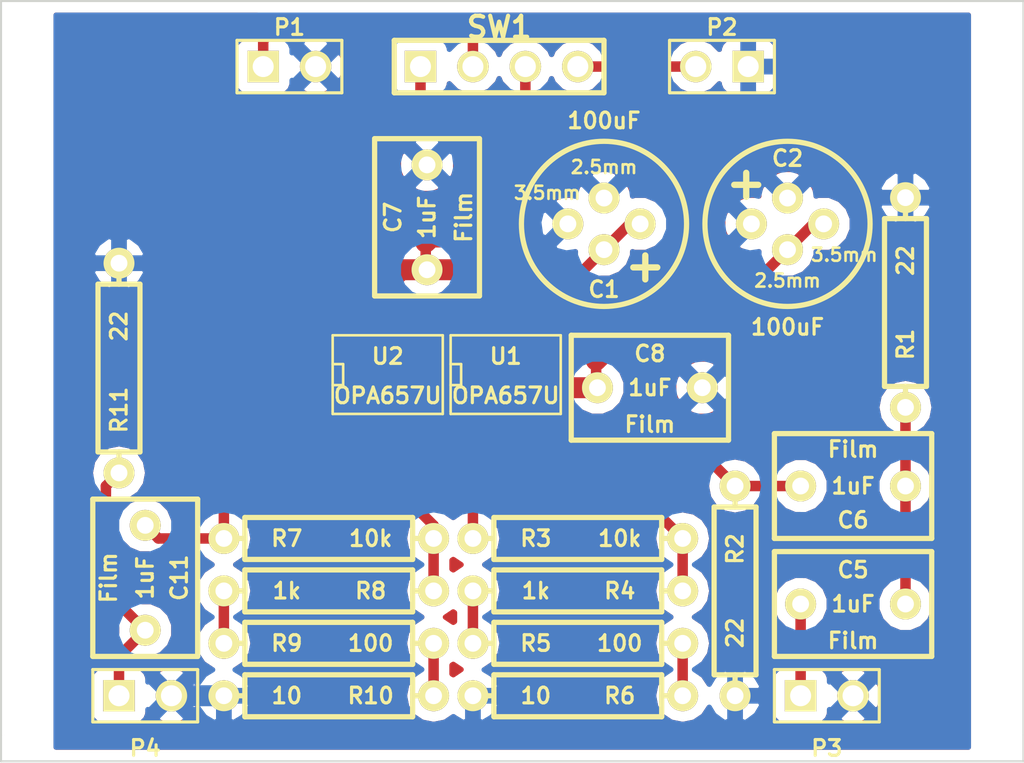
<source format=kicad_pcb>
(kicad_pcb (version 3) (host pcbnew "(2013-07-07 BZR 4022)-stable")

  (general
    (links 45)
    (no_connects 0)
    (area 0 0 0 0)
    (thickness 1.6)
    (drawings 6)
    (tracks 101)
    (zones 0)
    (modules 25)
    (nets 18)
  )

  (page A3)
  (layers
    (15 F.Cu signal)
    (0 B.Cu signal)
    (16 B.Adhes user)
    (17 F.Adhes user)
    (18 B.Paste user)
    (19 F.Paste user)
    (20 B.SilkS user)
    (21 F.SilkS user)
    (22 B.Mask user)
    (23 F.Mask user)
    (24 Dwgs.User user)
    (25 Cmts.User user)
    (26 Eco1.User user)
    (27 Eco2.User user)
    (28 Edge.Cuts user)
  )

  (setup
    (last_trace_width 1.016)
    (user_trace_width 0.508)
    (user_trace_width 1.016)
    (user_trace_width 1.524)
    (user_trace_width 2.032)
    (user_trace_width 2.54)
    (trace_clearance 0.254)
    (zone_clearance 0.508)
    (zone_45_only no)
    (trace_min 0.254)
    (segment_width 0.2)
    (edge_width 0.1)
    (via_size 0.889)
    (via_drill 0.635)
    (via_min_size 0.889)
    (via_min_drill 0.508)
    (uvia_size 0.508)
    (uvia_drill 0.127)
    (uvias_allowed no)
    (uvia_min_size 0.508)
    (uvia_min_drill 0.127)
    (pcb_text_width 0.3)
    (pcb_text_size 1.5 1.5)
    (mod_edge_width 0.15)
    (mod_text_size 1 1)
    (mod_text_width 0.15)
    (pad_size 1.5 1.5)
    (pad_drill 0.6)
    (pad_to_mask_clearance 0)
    (aux_axis_origin 0 0)
    (visible_elements FFFFFFBF)
    (pcbplotparams
      (layerselection 3178497)
      (usegerberextensions true)
      (excludeedgelayer true)
      (linewidth 0.150000)
      (plotframeref false)
      (viasonmask false)
      (mode 1)
      (useauxorigin false)
      (hpglpennumber 1)
      (hpglpenspeed 20)
      (hpglpendiameter 15)
      (hpglpenoverlay 2)
      (psnegative false)
      (psa4output false)
      (plotreference true)
      (plotvalue true)
      (plotothertext true)
      (plotinvisibletext false)
      (padsonsilk false)
      (subtractmaskfromsilk false)
      (outputformat 1)
      (mirror false)
      (drillshape 1)
      (scaleselection 1)
      (outputdirectory ""))
  )

  (net 0 "")
  (net 1 -4.5V)
  (net 2 4.5V)
  (net 3 GND)
  (net 4 N-0000010)
  (net 5 N-0000011)
  (net 6 N-0000012)
  (net 7 N-0000013)
  (net 8 N-0000014)
  (net 9 N-0000015)
  (net 10 N-0000016)
  (net 11 N-0000017)
  (net 12 N-000002)
  (net 13 N-000005)
  (net 14 N-000006)
  (net 15 N-000007)
  (net 16 N-000008)
  (net 17 N-000009)

  (net_class Default "This is the default net class."
    (clearance 0.254)
    (trace_width 0.254)
    (via_dia 0.889)
    (via_drill 0.635)
    (uvia_dia 0.508)
    (uvia_drill 0.127)
    (add_net "")
    (add_net -4.5V)
    (add_net 4.5V)
    (add_net GND)
    (add_net N-0000010)
    (add_net N-0000011)
    (add_net N-0000012)
    (add_net N-0000013)
    (add_net N-0000014)
    (add_net N-0000015)
    (add_net N-0000016)
    (add_net N-0000017)
    (add_net N-000002)
    (add_net N-000005)
    (add_net N-000006)
    (add_net N-000007)
    (add_net N-000008)
    (add_net N-000009)
  )

  (module SO8E (layer F.Cu) (tedit 53BA6FC4) (tstamp 53BA5517)
    (at 235.2675 207.9625)
    (descr "module CMS SOJ 8 pins etroit")
    (tags "CMS SOJ")
    (path /53BA517B)
    (attr smd)
    (fp_text reference U2 (at 0 -0.889) (layer F.SilkS)
      (effects (font (size 0.762 0.762) (thickness 0.1524)))
    )
    (fp_text value OPA657U (at 0 1.016) (layer F.SilkS)
      (effects (font (size 0.762 0.762) (thickness 0.1524)))
    )
    (fp_line (start -2.667 1.778) (end -2.667 1.905) (layer F.SilkS) (width 0.127))
    (fp_line (start -2.667 1.905) (end 2.667 1.905) (layer F.SilkS) (width 0.127))
    (fp_line (start 2.667 -1.905) (end -2.667 -1.905) (layer F.SilkS) (width 0.127))
    (fp_line (start -2.667 -1.905) (end -2.667 1.778) (layer F.SilkS) (width 0.127))
    (fp_line (start -2.667 -0.508) (end -2.159 -0.508) (layer F.SilkS) (width 0.127))
    (fp_line (start -2.159 -0.508) (end -2.159 0.508) (layer F.SilkS) (width 0.127))
    (fp_line (start -2.159 0.508) (end -2.667 0.508) (layer F.SilkS) (width 0.127))
    (fp_line (start 2.667 -1.905) (end 2.667 1.905) (layer F.SilkS) (width 0.127))
    (pad 8 smd rect (at -1.905 -2.667) (size 0.59944 1.39954)
      (layers F.Cu F.Paste F.Mask)
    )
    (pad 1 smd rect (at -1.905 2.667) (size 0.59944 1.39954)
      (layers F.Cu F.Paste F.Mask)
    )
    (pad 7 smd rect (at -0.635 -2.667) (size 0.59944 1.39954)
      (layers F.Cu F.Paste F.Mask)
      (net 2 4.5V)
    )
    (pad 6 smd rect (at 0.635 -2.667) (size 0.59944 1.39954)
      (layers F.Cu F.Paste F.Mask)
      (net 7 N-0000013)
    )
    (pad 5 smd rect (at 1.905 -2.667) (size 0.59944 1.39954)
      (layers F.Cu F.Paste F.Mask)
    )
    (pad 2 smd rect (at -0.635 2.667) (size 0.59944 1.39954)
      (layers F.Cu F.Paste F.Mask)
      (net 9 N-0000015)
    )
    (pad 3 smd rect (at 0.635 2.667) (size 0.59944 1.39954)
      (layers F.Cu F.Paste F.Mask)
      (net 17 N-000009)
    )
    (pad 4 smd rect (at 1.905 2.667) (size 0.59944 1.39954)
      (layers F.Cu F.Paste F.Mask)
      (net 1 -4.5V)
    )
    (model smd/cms_so8.wrl
      (at (xyz 0 0 0))
      (scale (xyz 0.5 0.32 0.5))
      (rotate (xyz 0 0 0))
    )
  )

  (module SO8E (layer F.Cu) (tedit 53BA6FCC) (tstamp 53BA552B)
    (at 240.9825 207.9625)
    (descr "module CMS SOJ 8 pins etroit")
    (tags "CMS SOJ")
    (path /53BA5164)
    (attr smd)
    (fp_text reference U1 (at 0 -0.889) (layer F.SilkS)
      (effects (font (size 0.762 0.762) (thickness 0.1524)))
    )
    (fp_text value OPA657U (at 0 1.016) (layer F.SilkS)
      (effects (font (size 0.762 0.762) (thickness 0.1524)))
    )
    (fp_line (start -2.667 1.778) (end -2.667 1.905) (layer F.SilkS) (width 0.127))
    (fp_line (start -2.667 1.905) (end 2.667 1.905) (layer F.SilkS) (width 0.127))
    (fp_line (start 2.667 -1.905) (end -2.667 -1.905) (layer F.SilkS) (width 0.127))
    (fp_line (start -2.667 -1.905) (end -2.667 1.778) (layer F.SilkS) (width 0.127))
    (fp_line (start -2.667 -0.508) (end -2.159 -0.508) (layer F.SilkS) (width 0.127))
    (fp_line (start -2.159 -0.508) (end -2.159 0.508) (layer F.SilkS) (width 0.127))
    (fp_line (start -2.159 0.508) (end -2.667 0.508) (layer F.SilkS) (width 0.127))
    (fp_line (start 2.667 -1.905) (end 2.667 1.905) (layer F.SilkS) (width 0.127))
    (pad 8 smd rect (at -1.905 -2.667) (size 0.59944 1.39954)
      (layers F.Cu F.Paste F.Mask)
    )
    (pad 1 smd rect (at -1.905 2.667) (size 0.59944 1.39954)
      (layers F.Cu F.Paste F.Mask)
    )
    (pad 7 smd rect (at -0.635 -2.667) (size 0.59944 1.39954)
      (layers F.Cu F.Paste F.Mask)
      (net 2 4.5V)
    )
    (pad 6 smd rect (at 0.635 -2.667) (size 0.59944 1.39954)
      (layers F.Cu F.Paste F.Mask)
      (net 17 N-000009)
    )
    (pad 5 smd rect (at 1.905 -2.667) (size 0.59944 1.39954)
      (layers F.Cu F.Paste F.Mask)
    )
    (pad 2 smd rect (at -0.635 2.667) (size 0.59944 1.39954)
      (layers F.Cu F.Paste F.Mask)
      (net 14 N-000006)
    )
    (pad 3 smd rect (at 0.635 2.667) (size 0.59944 1.39954)
      (layers F.Cu F.Paste F.Mask)
      (net 4 N-0000010)
    )
    (pad 4 smd rect (at 1.905 2.667) (size 0.59944 1.39954)
      (layers F.Cu F.Paste F.Mask)
      (net 1 -4.5V)
    )
    (model smd/cms_so8.wrl
      (at (xyz 0 0 0))
      (scale (xyz 0.5 0.32 0.5))
      (rotate (xyz 0 0 0))
    )
  )

  (module R_AXIAL_0W25_059A (layer F.Cu) (tedit 53A245D9) (tstamp 53BA5538)
    (at 260.35 209.55 90)
    (descr "Resistor Axial 1/4W 0.4\"")
    (tags R)
    (path /53BA344A)
    (autoplace_cost180 10)
    (fp_text reference R1 (at 3.048 0 90) (layer F.SilkS)
      (effects (font (size 0.762 0.762) (thickness 0.1524)))
    )
    (fp_text value 22 (at 7.112 0 90) (layer F.SilkS)
      (effects (font (size 0.762 0.762) (thickness 0.1524)))
    )
    (fp_line (start 0 0) (end 1.016 0) (layer F.SilkS) (width 0.254))
    (fp_line (start 1.016 0) (end 1.016 -1.016) (layer F.SilkS) (width 0.254))
    (fp_line (start 1.016 -1.016) (end 9.144 -1.016) (layer F.SilkS) (width 0.254))
    (fp_line (start 9.144 -1.016) (end 9.144 1.016) (layer F.SilkS) (width 0.254))
    (fp_line (start 9.144 1.016) (end 1.016 1.016) (layer F.SilkS) (width 0.254))
    (fp_line (start 1.016 1.016) (end 1.016 0) (layer F.SilkS) (width 0.254))
    (fp_line (start 10.16 0) (end 9.144 0) (layer F.SilkS) (width 0.254))
    (pad 1 thru_hole oval (at 0 0 90) (size 1.4986 1.4986) (drill 0.8128)
      (layers *.Cu *.Mask F.SilkS)
      (net 6 N-0000012)
    )
    (pad 2 thru_hole oval (at 10.16 0 90) (size 1.4986 1.4986) (drill 0.8128)
      (layers *.Cu *.Mask F.SilkS)
      (net 3 GND)
    )
    (model discret/resistor.wrl
      (at (xyz 0 0 0))
      (scale (xyz 0.4 0.4 0.4))
      (rotate (xyz 0 0 0))
    )
  )

  (module R_AXIAL_0W25_059A (layer F.Cu) (tedit 53A245D9) (tstamp 53BA5545)
    (at 239.395 215.9)
    (descr "Resistor Axial 1/4W 0.4\"")
    (tags R)
    (path /53BA35D8)
    (autoplace_cost180 10)
    (fp_text reference R3 (at 3.048 0) (layer F.SilkS)
      (effects (font (size 0.762 0.762) (thickness 0.1524)))
    )
    (fp_text value 10k (at 7.112 0) (layer F.SilkS)
      (effects (font (size 0.762 0.762) (thickness 0.1524)))
    )
    (fp_line (start 0 0) (end 1.016 0) (layer F.SilkS) (width 0.254))
    (fp_line (start 1.016 0) (end 1.016 -1.016) (layer F.SilkS) (width 0.254))
    (fp_line (start 1.016 -1.016) (end 9.144 -1.016) (layer F.SilkS) (width 0.254))
    (fp_line (start 9.144 -1.016) (end 9.144 1.016) (layer F.SilkS) (width 0.254))
    (fp_line (start 9.144 1.016) (end 1.016 1.016) (layer F.SilkS) (width 0.254))
    (fp_line (start 1.016 1.016) (end 1.016 0) (layer F.SilkS) (width 0.254))
    (fp_line (start 10.16 0) (end 9.144 0) (layer F.SilkS) (width 0.254))
    (pad 1 thru_hole oval (at 0 0) (size 1.4986 1.4986) (drill 0.8128)
      (layers *.Cu *.Mask F.SilkS)
      (net 17 N-000009)
    )
    (pad 2 thru_hole oval (at 10.16 0) (size 1.4986 1.4986) (drill 0.8128)
      (layers *.Cu *.Mask F.SilkS)
      (net 14 N-000006)
    )
    (model discret/resistor.wrl
      (at (xyz 0 0 0))
      (scale (xyz 0.4 0.4 0.4))
      (rotate (xyz 0 0 0))
    )
  )

  (module R_AXIAL_0W25_059A (layer F.Cu) (tedit 53A245D9) (tstamp 53BA5552)
    (at 249.555 218.44 180)
    (descr "Resistor Axial 1/4W 0.4\"")
    (tags R)
    (path /53BA35E7)
    (autoplace_cost180 10)
    (fp_text reference R4 (at 3.048 0 180) (layer F.SilkS)
      (effects (font (size 0.762 0.762) (thickness 0.1524)))
    )
    (fp_text value 1k (at 7.112 0 180) (layer F.SilkS)
      (effects (font (size 0.762 0.762) (thickness 0.1524)))
    )
    (fp_line (start 0 0) (end 1.016 0) (layer F.SilkS) (width 0.254))
    (fp_line (start 1.016 0) (end 1.016 -1.016) (layer F.SilkS) (width 0.254))
    (fp_line (start 1.016 -1.016) (end 9.144 -1.016) (layer F.SilkS) (width 0.254))
    (fp_line (start 9.144 -1.016) (end 9.144 1.016) (layer F.SilkS) (width 0.254))
    (fp_line (start 9.144 1.016) (end 1.016 1.016) (layer F.SilkS) (width 0.254))
    (fp_line (start 1.016 1.016) (end 1.016 0) (layer F.SilkS) (width 0.254))
    (fp_line (start 10.16 0) (end 9.144 0) (layer F.SilkS) (width 0.254))
    (pad 1 thru_hole oval (at 0 0 180) (size 1.4986 1.4986) (drill 0.8128)
      (layers *.Cu *.Mask F.SilkS)
      (net 14 N-000006)
    )
    (pad 2 thru_hole oval (at 10.16 0 180) (size 1.4986 1.4986) (drill 0.8128)
      (layers *.Cu *.Mask F.SilkS)
      (net 16 N-000008)
    )
    (model discret/resistor.wrl
      (at (xyz 0 0 0))
      (scale (xyz 0.4 0.4 0.4))
      (rotate (xyz 0 0 0))
    )
  )

  (module R_AXIAL_0W25_059A (layer F.Cu) (tedit 53A245D9) (tstamp 53BA555F)
    (at 239.395 220.98)
    (descr "Resistor Axial 1/4W 0.4\"")
    (tags R)
    (path /53BA35F6)
    (autoplace_cost180 10)
    (fp_text reference R5 (at 3.048 0) (layer F.SilkS)
      (effects (font (size 0.762 0.762) (thickness 0.1524)))
    )
    (fp_text value 100 (at 7.112 0) (layer F.SilkS)
      (effects (font (size 0.762 0.762) (thickness 0.1524)))
    )
    (fp_line (start 0 0) (end 1.016 0) (layer F.SilkS) (width 0.254))
    (fp_line (start 1.016 0) (end 1.016 -1.016) (layer F.SilkS) (width 0.254))
    (fp_line (start 1.016 -1.016) (end 9.144 -1.016) (layer F.SilkS) (width 0.254))
    (fp_line (start 9.144 -1.016) (end 9.144 1.016) (layer F.SilkS) (width 0.254))
    (fp_line (start 9.144 1.016) (end 1.016 1.016) (layer F.SilkS) (width 0.254))
    (fp_line (start 1.016 1.016) (end 1.016 0) (layer F.SilkS) (width 0.254))
    (fp_line (start 10.16 0) (end 9.144 0) (layer F.SilkS) (width 0.254))
    (pad 1 thru_hole oval (at 0 0) (size 1.4986 1.4986) (drill 0.8128)
      (layers *.Cu *.Mask F.SilkS)
      (net 16 N-000008)
    )
    (pad 2 thru_hole oval (at 10.16 0) (size 1.4986 1.4986) (drill 0.8128)
      (layers *.Cu *.Mask F.SilkS)
      (net 15 N-000007)
    )
    (model discret/resistor.wrl
      (at (xyz 0 0 0))
      (scale (xyz 0.4 0.4 0.4))
      (rotate (xyz 0 0 0))
    )
  )

  (module R_AXIAL_0W25_059A (layer F.Cu) (tedit 53A245D9) (tstamp 53BA556C)
    (at 252.095 213.36 270)
    (descr "Resistor Axial 1/4W 0.4\"")
    (tags R)
    (path /53BA3654)
    (autoplace_cost180 10)
    (fp_text reference R2 (at 3.048 0 270) (layer F.SilkS)
      (effects (font (size 0.762 0.762) (thickness 0.1524)))
    )
    (fp_text value 22 (at 7.112 0 270) (layer F.SilkS)
      (effects (font (size 0.762 0.762) (thickness 0.1524)))
    )
    (fp_line (start 0 0) (end 1.016 0) (layer F.SilkS) (width 0.254))
    (fp_line (start 1.016 0) (end 1.016 -1.016) (layer F.SilkS) (width 0.254))
    (fp_line (start 1.016 -1.016) (end 9.144 -1.016) (layer F.SilkS) (width 0.254))
    (fp_line (start 9.144 -1.016) (end 9.144 1.016) (layer F.SilkS) (width 0.254))
    (fp_line (start 9.144 1.016) (end 1.016 1.016) (layer F.SilkS) (width 0.254))
    (fp_line (start 1.016 1.016) (end 1.016 0) (layer F.SilkS) (width 0.254))
    (fp_line (start 10.16 0) (end 9.144 0) (layer F.SilkS) (width 0.254))
    (pad 1 thru_hole oval (at 0 0 270) (size 1.4986 1.4986) (drill 0.8128)
      (layers *.Cu *.Mask F.SilkS)
      (net 4 N-0000010)
    )
    (pad 2 thru_hole oval (at 10.16 0 270) (size 1.4986 1.4986) (drill 0.8128)
      (layers *.Cu *.Mask F.SilkS)
      (net 3 GND)
    )
    (model discret/resistor.wrl
      (at (xyz 0 0 0))
      (scale (xyz 0.4 0.4 0.4))
      (rotate (xyz 0 0 0))
    )
  )

  (module R_AXIAL_0W25_059A (layer F.Cu) (tedit 53A245D9) (tstamp 53BA5579)
    (at 227.33 215.9)
    (descr "Resistor Axial 1/4W 0.4\"")
    (tags R)
    (path /53BA370A)
    (autoplace_cost180 10)
    (fp_text reference R7 (at 3.048 0) (layer F.SilkS)
      (effects (font (size 0.762 0.762) (thickness 0.1524)))
    )
    (fp_text value 10k (at 7.112 0) (layer F.SilkS)
      (effects (font (size 0.762 0.762) (thickness 0.1524)))
    )
    (fp_line (start 0 0) (end 1.016 0) (layer F.SilkS) (width 0.254))
    (fp_line (start 1.016 0) (end 1.016 -1.016) (layer F.SilkS) (width 0.254))
    (fp_line (start 1.016 -1.016) (end 9.144 -1.016) (layer F.SilkS) (width 0.254))
    (fp_line (start 9.144 -1.016) (end 9.144 1.016) (layer F.SilkS) (width 0.254))
    (fp_line (start 9.144 1.016) (end 1.016 1.016) (layer F.SilkS) (width 0.254))
    (fp_line (start 1.016 1.016) (end 1.016 0) (layer F.SilkS) (width 0.254))
    (fp_line (start 10.16 0) (end 9.144 0) (layer F.SilkS) (width 0.254))
    (pad 1 thru_hole oval (at 0 0) (size 1.4986 1.4986) (drill 0.8128)
      (layers *.Cu *.Mask F.SilkS)
      (net 7 N-0000013)
    )
    (pad 2 thru_hole oval (at 10.16 0) (size 1.4986 1.4986) (drill 0.8128)
      (layers *.Cu *.Mask F.SilkS)
      (net 9 N-0000015)
    )
    (model discret/resistor.wrl
      (at (xyz 0 0 0))
      (scale (xyz 0.4 0.4 0.4))
      (rotate (xyz 0 0 0))
    )
  )

  (module R_AXIAL_0W25_059A (layer F.Cu) (tedit 53A245D9) (tstamp 53BA5586)
    (at 237.49 218.44 180)
    (descr "Resistor Axial 1/4W 0.4\"")
    (tags R)
    (path /53BA3710)
    (autoplace_cost180 10)
    (fp_text reference R8 (at 3.048 0 180) (layer F.SilkS)
      (effects (font (size 0.762 0.762) (thickness 0.1524)))
    )
    (fp_text value 1k (at 7.112 0 180) (layer F.SilkS)
      (effects (font (size 0.762 0.762) (thickness 0.1524)))
    )
    (fp_line (start 0 0) (end 1.016 0) (layer F.SilkS) (width 0.254))
    (fp_line (start 1.016 0) (end 1.016 -1.016) (layer F.SilkS) (width 0.254))
    (fp_line (start 1.016 -1.016) (end 9.144 -1.016) (layer F.SilkS) (width 0.254))
    (fp_line (start 9.144 -1.016) (end 9.144 1.016) (layer F.SilkS) (width 0.254))
    (fp_line (start 9.144 1.016) (end 1.016 1.016) (layer F.SilkS) (width 0.254))
    (fp_line (start 1.016 1.016) (end 1.016 0) (layer F.SilkS) (width 0.254))
    (fp_line (start 10.16 0) (end 9.144 0) (layer F.SilkS) (width 0.254))
    (pad 1 thru_hole oval (at 0 0 180) (size 1.4986 1.4986) (drill 0.8128)
      (layers *.Cu *.Mask F.SilkS)
      (net 9 N-0000015)
    )
    (pad 2 thru_hole oval (at 10.16 0 180) (size 1.4986 1.4986) (drill 0.8128)
      (layers *.Cu *.Mask F.SilkS)
      (net 10 N-0000016)
    )
    (model discret/resistor.wrl
      (at (xyz 0 0 0))
      (scale (xyz 0.4 0.4 0.4))
      (rotate (xyz 0 0 0))
    )
  )

  (module R_AXIAL_0W25_059A (layer F.Cu) (tedit 53A245D9) (tstamp 53BA5593)
    (at 227.33 220.98)
    (descr "Resistor Axial 1/4W 0.4\"")
    (tags R)
    (path /53BA3716)
    (autoplace_cost180 10)
    (fp_text reference R9 (at 3.048 0) (layer F.SilkS)
      (effects (font (size 0.762 0.762) (thickness 0.1524)))
    )
    (fp_text value 100 (at 7.112 0) (layer F.SilkS)
      (effects (font (size 0.762 0.762) (thickness 0.1524)))
    )
    (fp_line (start 0 0) (end 1.016 0) (layer F.SilkS) (width 0.254))
    (fp_line (start 1.016 0) (end 1.016 -1.016) (layer F.SilkS) (width 0.254))
    (fp_line (start 1.016 -1.016) (end 9.144 -1.016) (layer F.SilkS) (width 0.254))
    (fp_line (start 9.144 -1.016) (end 9.144 1.016) (layer F.SilkS) (width 0.254))
    (fp_line (start 9.144 1.016) (end 1.016 1.016) (layer F.SilkS) (width 0.254))
    (fp_line (start 1.016 1.016) (end 1.016 0) (layer F.SilkS) (width 0.254))
    (fp_line (start 10.16 0) (end 9.144 0) (layer F.SilkS) (width 0.254))
    (pad 1 thru_hole oval (at 0 0) (size 1.4986 1.4986) (drill 0.8128)
      (layers *.Cu *.Mask F.SilkS)
      (net 10 N-0000016)
    )
    (pad 2 thru_hole oval (at 10.16 0) (size 1.4986 1.4986) (drill 0.8128)
      (layers *.Cu *.Mask F.SilkS)
      (net 11 N-0000017)
    )
    (model discret/resistor.wrl
      (at (xyz 0 0 0))
      (scale (xyz 0.4 0.4 0.4))
      (rotate (xyz 0 0 0))
    )
  )

  (module R_AXIAL_0W25_059A (layer F.Cu) (tedit 53A245D9) (tstamp 53BA55A0)
    (at 237.49 223.52 180)
    (descr "Resistor Axial 1/4W 0.4\"")
    (tags R)
    (path /53BA5085)
    (autoplace_cost180 10)
    (fp_text reference R10 (at 3.048 0 180) (layer F.SilkS)
      (effects (font (size 0.762 0.762) (thickness 0.1524)))
    )
    (fp_text value 10 (at 7.112 0 180) (layer F.SilkS)
      (effects (font (size 0.762 0.762) (thickness 0.1524)))
    )
    (fp_line (start 0 0) (end 1.016 0) (layer F.SilkS) (width 0.254))
    (fp_line (start 1.016 0) (end 1.016 -1.016) (layer F.SilkS) (width 0.254))
    (fp_line (start 1.016 -1.016) (end 9.144 -1.016) (layer F.SilkS) (width 0.254))
    (fp_line (start 9.144 -1.016) (end 9.144 1.016) (layer F.SilkS) (width 0.254))
    (fp_line (start 9.144 1.016) (end 1.016 1.016) (layer F.SilkS) (width 0.254))
    (fp_line (start 1.016 1.016) (end 1.016 0) (layer F.SilkS) (width 0.254))
    (fp_line (start 10.16 0) (end 9.144 0) (layer F.SilkS) (width 0.254))
    (pad 1 thru_hole oval (at 0 0 180) (size 1.4986 1.4986) (drill 0.8128)
      (layers *.Cu *.Mask F.SilkS)
      (net 11 N-0000017)
    )
    (pad 2 thru_hole oval (at 10.16 0 180) (size 1.4986 1.4986) (drill 0.8128)
      (layers *.Cu *.Mask F.SilkS)
      (net 3 GND)
    )
    (model discret/resistor.wrl
      (at (xyz 0 0 0))
      (scale (xyz 0.4 0.4 0.4))
      (rotate (xyz 0 0 0))
    )
  )

  (module R_AXIAL_0W25_059A (layer F.Cu) (tedit 53A245D9) (tstamp 53BA55AD)
    (at 222.25 212.725 90)
    (descr "Resistor Axial 1/4W 0.4\"")
    (tags R)
    (path /53BA37A5)
    (autoplace_cost180 10)
    (fp_text reference R11 (at 3.048 0 90) (layer F.SilkS)
      (effects (font (size 0.762 0.762) (thickness 0.1524)))
    )
    (fp_text value 22 (at 7.112 0 90) (layer F.SilkS)
      (effects (font (size 0.762 0.762) (thickness 0.1524)))
    )
    (fp_line (start 0 0) (end 1.016 0) (layer F.SilkS) (width 0.254))
    (fp_line (start 1.016 0) (end 1.016 -1.016) (layer F.SilkS) (width 0.254))
    (fp_line (start 1.016 -1.016) (end 9.144 -1.016) (layer F.SilkS) (width 0.254))
    (fp_line (start 9.144 -1.016) (end 9.144 1.016) (layer F.SilkS) (width 0.254))
    (fp_line (start 9.144 1.016) (end 1.016 1.016) (layer F.SilkS) (width 0.254))
    (fp_line (start 1.016 1.016) (end 1.016 0) (layer F.SilkS) (width 0.254))
    (fp_line (start 10.16 0) (end 9.144 0) (layer F.SilkS) (width 0.254))
    (pad 1 thru_hole oval (at 0 0 90) (size 1.4986 1.4986) (drill 0.8128)
      (layers *.Cu *.Mask F.SilkS)
      (net 8 N-0000014)
    )
    (pad 2 thru_hole oval (at 10.16 0 90) (size 1.4986 1.4986) (drill 0.8128)
      (layers *.Cu *.Mask F.SilkS)
      (net 3 GND)
    )
    (model discret/resistor.wrl
      (at (xyz 0 0 0))
      (scale (xyz 0.4 0.4 0.4))
      (rotate (xyz 0 0 0))
    )
  )

  (module R_AXIAL_0W25_059A (layer F.Cu) (tedit 53A245D9) (tstamp 53BA55BA)
    (at 249.555 223.52 180)
    (descr "Resistor Axial 1/4W 0.4\"")
    (tags R)
    (path /53BA5020)
    (autoplace_cost180 10)
    (fp_text reference R6 (at 3.048 0 180) (layer F.SilkS)
      (effects (font (size 0.762 0.762) (thickness 0.1524)))
    )
    (fp_text value 10 (at 7.112 0 180) (layer F.SilkS)
      (effects (font (size 0.762 0.762) (thickness 0.1524)))
    )
    (fp_line (start 0 0) (end 1.016 0) (layer F.SilkS) (width 0.254))
    (fp_line (start 1.016 0) (end 1.016 -1.016) (layer F.SilkS) (width 0.254))
    (fp_line (start 1.016 -1.016) (end 9.144 -1.016) (layer F.SilkS) (width 0.254))
    (fp_line (start 9.144 -1.016) (end 9.144 1.016) (layer F.SilkS) (width 0.254))
    (fp_line (start 9.144 1.016) (end 1.016 1.016) (layer F.SilkS) (width 0.254))
    (fp_line (start 1.016 1.016) (end 1.016 0) (layer F.SilkS) (width 0.254))
    (fp_line (start 10.16 0) (end 9.144 0) (layer F.SilkS) (width 0.254))
    (pad 1 thru_hole oval (at 0 0 180) (size 1.4986 1.4986) (drill 0.8128)
      (layers *.Cu *.Mask F.SilkS)
      (net 15 N-000007)
    )
    (pad 2 thru_hole oval (at 10.16 0 180) (size 1.4986 1.4986) (drill 0.8128)
      (layers *.Cu *.Mask F.SilkS)
      (net 3 GND)
    )
    (model discret/resistor.wrl
      (at (xyz 0 0 0))
      (scale (xyz 0.4 0.4 0.4))
      (rotate (xyz 0 0 0))
    )
  )

  (module PIN_ARRAY_4x1 (layer F.Cu) (tedit 53BA700A) (tstamp 53BA55C6)
    (at 240.665 193.04)
    (descr "Double rangee de contacts 2 x 5 pins")
    (tags CONN)
    (path /53BA5365)
    (fp_text reference SW1 (at 0 -1.905) (layer F.SilkS)
      (effects (font (size 1.016 1.016) (thickness 0.2032)))
    )
    (fp_text value DPST (at 0 2.54) (layer F.SilkS) hide
      (effects (font (size 1.016 1.016) (thickness 0.2032)))
    )
    (fp_line (start 5.08 1.27) (end -5.08 1.27) (layer F.SilkS) (width 0.254))
    (fp_line (start 5.08 -1.27) (end -5.08 -1.27) (layer F.SilkS) (width 0.254))
    (fp_line (start -5.08 -1.27) (end -5.08 1.27) (layer F.SilkS) (width 0.254))
    (fp_line (start 5.08 1.27) (end 5.08 -1.27) (layer F.SilkS) (width 0.254))
    (pad 1 thru_hole rect (at -3.81 0) (size 1.524 1.524) (drill 1.016)
      (layers *.Cu *.Mask F.SilkS)
      (net 2 4.5V)
    )
    (pad 2 thru_hole circle (at -1.27 0) (size 1.524 1.524) (drill 1.016)
      (layers *.Cu *.Mask F.SilkS)
      (net 13 N-000005)
    )
    (pad 3 thru_hole circle (at 1.27 0) (size 1.524 1.524) (drill 1.016)
      (layers *.Cu *.Mask F.SilkS)
      (net 1 -4.5V)
    )
    (pad 4 thru_hole circle (at 3.81 0) (size 1.524 1.524) (drill 1.016)
      (layers *.Cu *.Mask F.SilkS)
      (net 12 N-000002)
    )
    (model pin_array\pins_array_4x1.wrl
      (at (xyz 0 0 0))
      (scale (xyz 1 1 1))
      (rotate (xyz 0 0 0))
    )
  )

  (module PIN_ARRAY_2X1 (layer F.Cu) (tedit 4565C520) (tstamp 53BA55D0)
    (at 230.505 193.04)
    (descr "Connecteurs 2 pins")
    (tags "CONN DEV")
    (path /53BA431A)
    (fp_text reference P1 (at 0 -1.905) (layer F.SilkS)
      (effects (font (size 0.762 0.762) (thickness 0.1524)))
    )
    (fp_text value CONN_2 (at 0 -1.905) (layer F.SilkS) hide
      (effects (font (size 0.762 0.762) (thickness 0.1524)))
    )
    (fp_line (start -2.54 1.27) (end -2.54 -1.27) (layer F.SilkS) (width 0.1524))
    (fp_line (start -2.54 -1.27) (end 2.54 -1.27) (layer F.SilkS) (width 0.1524))
    (fp_line (start 2.54 -1.27) (end 2.54 1.27) (layer F.SilkS) (width 0.1524))
    (fp_line (start 2.54 1.27) (end -2.54 1.27) (layer F.SilkS) (width 0.1524))
    (pad 1 thru_hole rect (at -1.27 0) (size 1.524 1.524) (drill 1.016)
      (layers *.Cu *.Mask F.SilkS)
      (net 13 N-000005)
    )
    (pad 2 thru_hole circle (at 1.27 0) (size 1.524 1.524) (drill 1.016)
      (layers *.Cu *.Mask F.SilkS)
      (net 3 GND)
    )
    (model pin_array/pins_array_2x1.wrl
      (at (xyz 0 0 0))
      (scale (xyz 1 1 1))
      (rotate (xyz 0 0 0))
    )
  )

  (module PIN_ARRAY_2X1 (layer F.Cu) (tedit 53BA6FF7) (tstamp 53BA55DA)
    (at 256.54 223.52)
    (descr "Connecteurs 2 pins")
    (tags "CONN DEV")
    (path /53BA341C)
    (fp_text reference P3 (at 0 2.54) (layer F.SilkS)
      (effects (font (size 0.762 0.762) (thickness 0.1524)))
    )
    (fp_text value BNC (at 0 -1.905) (layer F.SilkS) hide
      (effects (font (size 0.762 0.762) (thickness 0.1524)))
    )
    (fp_line (start -2.54 1.27) (end -2.54 -1.27) (layer F.SilkS) (width 0.1524))
    (fp_line (start -2.54 -1.27) (end 2.54 -1.27) (layer F.SilkS) (width 0.1524))
    (fp_line (start 2.54 -1.27) (end 2.54 1.27) (layer F.SilkS) (width 0.1524))
    (fp_line (start 2.54 1.27) (end -2.54 1.27) (layer F.SilkS) (width 0.1524))
    (pad 1 thru_hole rect (at -1.27 0) (size 1.524 1.524) (drill 1.016)
      (layers *.Cu *.Mask F.SilkS)
      (net 5 N-0000011)
    )
    (pad 2 thru_hole circle (at 1.27 0) (size 1.524 1.524) (drill 1.016)
      (layers *.Cu *.Mask F.SilkS)
      (net 3 GND)
    )
    (model pin_array/pins_array_2x1.wrl
      (at (xyz 0 0 0))
      (scale (xyz 1 1 1))
      (rotate (xyz 0 0 0))
    )
  )

  (module PIN_ARRAY_2X1 (layer F.Cu) (tedit 53BA7004) (tstamp 53BA55E4)
    (at 251.46 193.04 180)
    (descr "Connecteurs 2 pins")
    (tags "CONN DEV")
    (path /53BA4490)
    (fp_text reference P2 (at 0 1.905 180) (layer F.SilkS)
      (effects (font (size 0.762 0.762) (thickness 0.1524)))
    )
    (fp_text value CONN_2 (at 0 -1.905 180) (layer F.SilkS) hide
      (effects (font (size 0.762 0.762) (thickness 0.1524)))
    )
    (fp_line (start -2.54 1.27) (end -2.54 -1.27) (layer F.SilkS) (width 0.1524))
    (fp_line (start -2.54 -1.27) (end 2.54 -1.27) (layer F.SilkS) (width 0.1524))
    (fp_line (start 2.54 -1.27) (end 2.54 1.27) (layer F.SilkS) (width 0.1524))
    (fp_line (start 2.54 1.27) (end -2.54 1.27) (layer F.SilkS) (width 0.1524))
    (pad 1 thru_hole rect (at -1.27 0 180) (size 1.524 1.524) (drill 1.016)
      (layers *.Cu *.Mask F.SilkS)
      (net 3 GND)
    )
    (pad 2 thru_hole circle (at 1.27 0 180) (size 1.524 1.524) (drill 1.016)
      (layers *.Cu *.Mask F.SilkS)
      (net 12 N-000002)
    )
    (model pin_array/pins_array_2x1.wrl
      (at (xyz 0 0 0))
      (scale (xyz 1 1 1))
      (rotate (xyz 0 0 0))
    )
  )

  (module PIN_ARRAY_2X1 (layer F.Cu) (tedit 53BA6FEC) (tstamp 53BA55EE)
    (at 223.52 223.52)
    (descr "Connecteurs 2 pins")
    (tags "CONN DEV")
    (path /53BA3792)
    (fp_text reference P4 (at 0 2.54) (layer F.SilkS)
      (effects (font (size 0.762 0.762) (thickness 0.1524)))
    )
    (fp_text value BNC (at 0 -1.905) (layer F.SilkS) hide
      (effects (font (size 0.762 0.762) (thickness 0.1524)))
    )
    (fp_line (start -2.54 1.27) (end -2.54 -1.27) (layer F.SilkS) (width 0.1524))
    (fp_line (start -2.54 -1.27) (end 2.54 -1.27) (layer F.SilkS) (width 0.1524))
    (fp_line (start 2.54 -1.27) (end 2.54 1.27) (layer F.SilkS) (width 0.1524))
    (fp_line (start 2.54 1.27) (end -2.54 1.27) (layer F.SilkS) (width 0.1524))
    (pad 1 thru_hole rect (at -1.27 0) (size 1.524 1.524) (drill 1.016)
      (layers *.Cu *.Mask F.SilkS)
      (net 8 N-0000014)
    )
    (pad 2 thru_hole circle (at 1.27 0) (size 1.524 1.524) (drill 1.016)
      (layers *.Cu *.Mask F.SilkS)
      (net 3 GND)
    )
    (model pin_array/pins_array_2x1.wrl
      (at (xyz 0 0 0))
      (scale (xyz 1 1 1))
      (rotate (xyz 0 0 0))
    )
  )

  (module MedCap (layer F.Cu) (tedit 53BA7018) (tstamp 53BA55FA)
    (at 245.745 200.66 180)
    (path /53BA4339)
    (fp_text reference C1 (at 0 -3.175 180) (layer F.SilkS)
      (effects (font (size 0.762 0.762) (thickness 0.1524)))
    )
    (fp_text value 100uF (at 0 5 180) (layer F.SilkS)
      (effects (font (size 0.762 0.762) (thickness 0.1524)))
    )
    (fp_circle (center 0 0) (end -4 0) (layer F.SilkS) (width 0.254))
    (fp_text user 3.5mm (at 2.75 1.5 180) (layer F.SilkS)
      (effects (font (size 0.635 0.635) (thickness 0.127)))
    )
    (fp_text user 2.5mm (at 0 2.75 180) (layer F.SilkS)
      (effects (font (size 0.635 0.635) (thickness 0.127)))
    )
    (fp_text user + (at -2 -2 180) (layer F.SilkS)
      (effects (font (size 1.524 1.524) (thickness 0.3048)))
    )
    (pad 2 thru_hole circle (at 0 1.25 180) (size 1.4986 1.4986) (drill 0.8128)
      (layers *.Cu *.Mask F.SilkS)
      (net 3 GND)
    )
    (pad 1 thru_hole circle (at -1.75 0 180) (size 1.4986 1.4986) (drill 0.8128)
      (layers *.Cu *.Mask F.SilkS)
      (net 2 4.5V)
    )
    (pad 2 thru_hole circle (at 1.75 0 180) (size 1.4986 1.4986) (drill 0.8128)
      (layers *.Cu *.Mask F.SilkS)
      (net 3 GND)
    )
    (pad 1 thru_hole circle (at 0 -1.25 180) (size 1.4986 1.4986) (drill 0.8128)
      (layers *.Cu *.Mask F.SilkS)
      (net 2 4.5V)
    )
  )

  (module MedCap (layer F.Cu) (tedit 53BA7024) (tstamp 53BA5606)
    (at 254.635 200.66)
    (path /53BA4496)
    (fp_text reference C2 (at 0 -3.175) (layer F.SilkS)
      (effects (font (size 0.762 0.762) (thickness 0.1524)))
    )
    (fp_text value 100uF (at 0 5) (layer F.SilkS)
      (effects (font (size 0.762 0.762) (thickness 0.1524)))
    )
    (fp_circle (center 0 0) (end -4 0) (layer F.SilkS) (width 0.254))
    (fp_text user 3.5mm (at 2.75 1.5) (layer F.SilkS)
      (effects (font (size 0.635 0.635) (thickness 0.127)))
    )
    (fp_text user 2.5mm (at 0 2.75) (layer F.SilkS)
      (effects (font (size 0.635 0.635) (thickness 0.127)))
    )
    (fp_text user + (at -2 -2) (layer F.SilkS)
      (effects (font (size 1.524 1.524) (thickness 0.3048)))
    )
    (pad 2 thru_hole circle (at 0 1.25) (size 1.4986 1.4986) (drill 0.8128)
      (layers *.Cu *.Mask F.SilkS)
      (net 1 -4.5V)
    )
    (pad 1 thru_hole circle (at -1.75 0) (size 1.4986 1.4986) (drill 0.8128)
      (layers *.Cu *.Mask F.SilkS)
      (net 3 GND)
    )
    (pad 2 thru_hole circle (at 1.75 0) (size 1.4986 1.4986) (drill 0.8128)
      (layers *.Cu *.Mask F.SilkS)
      (net 1 -4.5V)
    )
    (pad 1 thru_hole circle (at 0 -1.25) (size 1.4986 1.4986) (drill 0.8128)
      (layers *.Cu *.Mask F.SilkS)
      (net 3 GND)
    )
  )

  (module BOXCAP_02_03_02_059A (layer F.Cu) (tedit 53B70AF0) (tstamp 53BA5632)
    (at 247.9675 208.5975)
    (descr "Film Capacitor, 0.2\" pin spacing")
    (tags C)
    (path /53BA4243)
    (fp_text reference C8 (at 0 -1.651) (layer F.SilkS)
      (effects (font (size 0.762 0.762) (thickness 0.1524)))
    )
    (fp_text value 1uF (at 0 0) (layer F.SilkS)
      (effects (font (size 0.762 0.762) (thickness 0.1524)))
    )
    (fp_text user Film (at 0 1.778) (layer F.SilkS)
      (effects (font (size 0.762 0.762) (thickness 0.1524)))
    )
    (fp_line (start 3.81 -2.54) (end 3.81 2.54) (layer F.SilkS) (width 0.254))
    (fp_line (start 3.81 2.54) (end -3.81 2.54) (layer F.SilkS) (width 0.254))
    (fp_line (start -3.81 2.54) (end -3.81 -2.54) (layer F.SilkS) (width 0.254))
    (fp_line (start -3.81 -2.54) (end 3.81 -2.54) (layer F.SilkS) (width 0.254))
    (pad 1 thru_hole circle (at -2.54 0) (size 1.4986 1.4986) (drill 0.8128)
      (layers *.Cu *.Mask F.SilkS)
      (net 1 -4.5V)
    )
    (pad 2 thru_hole circle (at 2.54 0) (size 1.4986 1.4986) (drill 0.8128)
      (layers *.Cu *.Mask F.SilkS)
      (net 3 GND)
    )
    (model discret/capa_2pas_5x5mm.wrl
      (at (xyz 0 0 0))
      (scale (xyz 1 1 1))
      (rotate (xyz 0 0 0))
    )
  )

  (module BOXCAP_02_03_02_059A (layer F.Cu) (tedit 53B70AF0) (tstamp 53BA5648)
    (at 237.1725 200.3425 90)
    (descr "Film Capacitor, 0.2\" pin spacing")
    (tags C)
    (path /53BA4235)
    (fp_text reference C7 (at 0 -1.651 90) (layer F.SilkS)
      (effects (font (size 0.762 0.762) (thickness 0.1524)))
    )
    (fp_text value 1uF (at 0 0 90) (layer F.SilkS)
      (effects (font (size 0.762 0.762) (thickness 0.1524)))
    )
    (fp_text user Film (at 0 1.778 90) (layer F.SilkS)
      (effects (font (size 0.762 0.762) (thickness 0.1524)))
    )
    (fp_line (start 3.81 -2.54) (end 3.81 2.54) (layer F.SilkS) (width 0.254))
    (fp_line (start 3.81 2.54) (end -3.81 2.54) (layer F.SilkS) (width 0.254))
    (fp_line (start -3.81 2.54) (end -3.81 -2.54) (layer F.SilkS) (width 0.254))
    (fp_line (start -3.81 -2.54) (end 3.81 -2.54) (layer F.SilkS) (width 0.254))
    (pad 1 thru_hole circle (at -2.54 0 90) (size 1.4986 1.4986) (drill 0.8128)
      (layers *.Cu *.Mask F.SilkS)
      (net 2 4.5V)
    )
    (pad 2 thru_hole circle (at 2.54 0 90) (size 1.4986 1.4986) (drill 0.8128)
      (layers *.Cu *.Mask F.SilkS)
      (net 3 GND)
    )
    (model discret/capa_2pas_5x5mm.wrl
      (at (xyz 0 0 0))
      (scale (xyz 1 1 1))
      (rotate (xyz 0 0 0))
    )
  )

  (module BOXCAP_02_03_02_059A (layer F.Cu) (tedit 53B70AF0) (tstamp 53BA5653)
    (at 223.52 217.805 270)
    (descr "Film Capacitor, 0.2\" pin spacing")
    (tags C)
    (path /53BA379D)
    (fp_text reference C11 (at 0 -1.651 270) (layer F.SilkS)
      (effects (font (size 0.762 0.762) (thickness 0.1524)))
    )
    (fp_text value 1uF (at 0 0 270) (layer F.SilkS)
      (effects (font (size 0.762 0.762) (thickness 0.1524)))
    )
    (fp_text user Film (at 0 1.778 270) (layer F.SilkS)
      (effects (font (size 0.762 0.762) (thickness 0.1524)))
    )
    (fp_line (start 3.81 -2.54) (end 3.81 2.54) (layer F.SilkS) (width 0.254))
    (fp_line (start 3.81 2.54) (end -3.81 2.54) (layer F.SilkS) (width 0.254))
    (fp_line (start -3.81 2.54) (end -3.81 -2.54) (layer F.SilkS) (width 0.254))
    (fp_line (start -3.81 -2.54) (end 3.81 -2.54) (layer F.SilkS) (width 0.254))
    (pad 1 thru_hole circle (at -2.54 0 270) (size 1.4986 1.4986) (drill 0.8128)
      (layers *.Cu *.Mask F.SilkS)
      (net 7 N-0000013)
    )
    (pad 2 thru_hole circle (at 2.54 0 270) (size 1.4986 1.4986) (drill 0.8128)
      (layers *.Cu *.Mask F.SilkS)
      (net 8 N-0000014)
    )
    (model discret/capa_2pas_5x5mm.wrl
      (at (xyz 0 0 0))
      (scale (xyz 1 1 1))
      (rotate (xyz 0 0 0))
    )
  )

  (module BOXCAP_02_03_02_059A (layer F.Cu) (tedit 53B70AF0) (tstamp 53BA565E)
    (at 257.81 213.36 180)
    (descr "Film Capacitor, 0.2\" pin spacing")
    (tags C)
    (path /53BA364E)
    (fp_text reference C6 (at 0 -1.651 180) (layer F.SilkS)
      (effects (font (size 0.762 0.762) (thickness 0.1524)))
    )
    (fp_text value 1uF (at 0 0 180) (layer F.SilkS)
      (effects (font (size 0.762 0.762) (thickness 0.1524)))
    )
    (fp_text user Film (at 0 1.778 180) (layer F.SilkS)
      (effects (font (size 0.762 0.762) (thickness 0.1524)))
    )
    (fp_line (start 3.81 -2.54) (end 3.81 2.54) (layer F.SilkS) (width 0.254))
    (fp_line (start 3.81 2.54) (end -3.81 2.54) (layer F.SilkS) (width 0.254))
    (fp_line (start -3.81 2.54) (end -3.81 -2.54) (layer F.SilkS) (width 0.254))
    (fp_line (start -3.81 -2.54) (end 3.81 -2.54) (layer F.SilkS) (width 0.254))
    (pad 1 thru_hole circle (at -2.54 0 180) (size 1.4986 1.4986) (drill 0.8128)
      (layers *.Cu *.Mask F.SilkS)
      (net 6 N-0000012)
    )
    (pad 2 thru_hole circle (at 2.54 0 180) (size 1.4986 1.4986) (drill 0.8128)
      (layers *.Cu *.Mask F.SilkS)
      (net 4 N-0000010)
    )
    (model discret/capa_2pas_5x5mm.wrl
      (at (xyz 0 0 0))
      (scale (xyz 1 1 1))
      (rotate (xyz 0 0 0))
    )
  )

  (module BOXCAP_02_03_02_059A (layer F.Cu) (tedit 53B70AF0) (tstamp 53BA5669)
    (at 257.81 219.075)
    (descr "Film Capacitor, 0.2\" pin spacing")
    (tags C)
    (path /53BA343B)
    (fp_text reference C5 (at 0 -1.651) (layer F.SilkS)
      (effects (font (size 0.762 0.762) (thickness 0.1524)))
    )
    (fp_text value 1uF (at 0 0) (layer F.SilkS)
      (effects (font (size 0.762 0.762) (thickness 0.1524)))
    )
    (fp_text user Film (at 0 1.778) (layer F.SilkS)
      (effects (font (size 0.762 0.762) (thickness 0.1524)))
    )
    (fp_line (start 3.81 -2.54) (end 3.81 2.54) (layer F.SilkS) (width 0.254))
    (fp_line (start 3.81 2.54) (end -3.81 2.54) (layer F.SilkS) (width 0.254))
    (fp_line (start -3.81 2.54) (end -3.81 -2.54) (layer F.SilkS) (width 0.254))
    (fp_line (start -3.81 -2.54) (end 3.81 -2.54) (layer F.SilkS) (width 0.254))
    (pad 1 thru_hole circle (at -2.54 0) (size 1.4986 1.4986) (drill 0.8128)
      (layers *.Cu *.Mask F.SilkS)
      (net 5 N-0000011)
    )
    (pad 2 thru_hole circle (at 2.54 0) (size 1.4986 1.4986) (drill 0.8128)
      (layers *.Cu *.Mask F.SilkS)
      (net 6 N-0000012)
    )
    (model discret/capa_2pas_5x5mm.wrl
      (at (xyz 0 0 0))
      (scale (xyz 1 1 1))
      (rotate (xyz 0 0 0))
    )
  )

  (gr_line (start 266.065 225.425) (end 266.065 226.695) (angle 90) (layer Edge.Cuts) (width 0.1))
  (gr_line (start 216.535 225.425) (end 216.535 226.695) (angle 90) (layer Edge.Cuts) (width 0.1))
  (gr_line (start 216.535 189.865) (end 216.535 225.425) (angle 90) (layer Edge.Cuts) (width 0.1))
  (gr_line (start 266.065 189.865) (end 216.535 189.865) (angle 90) (layer Edge.Cuts) (width 0.1))
  (gr_line (start 266.065 225.425) (end 266.065 189.865) (angle 90) (layer Edge.Cuts) (width 0.1))
  (gr_line (start 216.535 226.695) (end 266.065 226.695) (angle 90) (layer Edge.Cuts) (width 0.1))

  (segment (start 242.57 194.945) (end 243.84 196.215) (width 1.016) (layer F.Cu) (net 1))
  (segment (start 241.935 194.31) (end 242.57 194.945) (width 0.508) (layer F.Cu) (net 1) (tstamp 53BA6DDD))
  (segment (start 241.935 193.04) (end 241.935 194.31) (width 0.508) (layer F.Cu) (net 1) (status 400000))
  (segment (start 249.448 198.648) (end 249.448 203.18) (width 1.016) (layer F.Cu) (net 1) (tstamp 53BA6DEA))
  (segment (start 247.015 196.215) (end 249.448 198.648) (width 1.016) (layer F.Cu) (net 1) (tstamp 53BA6DE7))
  (segment (start 243.84 196.215) (end 247.015 196.215) (width 1.016) (layer F.Cu) (net 1) (tstamp 53BA6DE3))
  (segment (start 245.364 207.264) (end 249.448 203.18) (width 1.016) (layer F.Cu) (net 1))
  (segment (start 245.364 208.534) (end 245.364 207.264) (width 0.508) (layer F.Cu) (net 1) (tstamp 53BA6B95))
  (segment (start 245.4275 208.5975) (end 245.364 208.534) (width 0.508) (layer F.Cu) (net 1))
  (segment (start 249.448 203.18) (end 253.365 203.18) (width 1.016) (layer F.Cu) (net 1) (tstamp 53BA6C13))
  (segment (start 254.635 201.91) (end 253.365 203.18) (width 0.508) (layer F.Cu) (net 1))
  (segment (start 253.365 203.18) (end 253.365 203.2) (width 0.508) (layer F.Cu) (net 1) (tstamp 53BA6C0D))
  (segment (start 254.635 201.91) (end 255.885 200.66) (width 0.508) (layer F.Cu) (net 1))
  (segment (start 255.885 200.66) (end 256.385 200.66) (width 0.508) (layer F.Cu) (net 1) (tstamp 53BA6C07))
  (segment (start 245.4275 208.5975) (end 242.2525 208.5975) (width 1.016) (layer F.Cu) (net 1))
  (segment (start 237.8075 208.5975) (end 242.2525 208.5975) (width 1.524) (layer F.Cu) (net 1))
  (segment (start 237.1725 210.6295) (end 237.1725 209.2325) (width 0.508) (layer F.Cu) (net 1) (tstamp 53BA61FA))
  (segment (start 237.8075 208.5975) (end 237.1725 209.2325) (width 0.508) (layer F.Cu) (net 1))
  (segment (start 242.8875 209.2325) (end 242.8875 210.6295) (width 0.508) (layer F.Cu) (net 1))
  (segment (start 242.2525 208.5975) (end 242.8875 209.2325) (width 0.508) (layer F.Cu) (net 1))
  (segment (start 237.49 194.945) (end 241.935 199.39) (width 1.016) (layer F.Cu) (net 2))
  (segment (start 236.855 194.31) (end 237.49 194.945) (width 0.508) (layer F.Cu) (net 2) (tstamp 53BA6DBF))
  (segment (start 236.855 193.04) (end 236.855 194.31) (width 0.508) (layer F.Cu) (net 2) (status 400000))
  (segment (start 241.935 199.39) (end 241.935 201.295) (width 1.016) (layer F.Cu) (net 2) (tstamp 53BA6DC7))
  (segment (start 245.745 201.91) (end 244.455 203.2) (width 0.508) (layer F.Cu) (net 2))
  (segment (start 237.363 201.295) (end 241.3 201.295) (width 1.016) (layer F.Cu) (net 2) (tstamp 53BA6C21))
  (segment (start 241.3 201.295) (end 241.935 201.295) (width 1.016) (layer F.Cu) (net 2) (tstamp 53BA6C23))
  (segment (start 241.935 201.295) (end 243.84 203.2) (width 1.016) (layer F.Cu) (net 2) (tstamp 53BA6C27))
  (segment (start 243.84 203.2) (end 244.475 203.2) (width 1.016) (layer F.Cu) (net 2) (tstamp 53BA6C28))
  (segment (start 237.109 202.819) (end 237.1725 202.8825) (width 0.508) (layer F.Cu) (net 2))
  (segment (start 237.109 202.819) (end 237.109 201.549) (width 0.508) (layer F.Cu) (net 2) (tstamp 53BA6B4D))
  (segment (start 237.109 201.549) (end 237.1725 201.4855) (width 1.016) (layer F.Cu) (net 2))
  (segment (start 237.1725 201.4855) (end 237.363 201.295) (width 1.016) (layer F.Cu) (net 2))
  (segment (start 244.455 203.2) (end 244.475 203.2) (width 0.508) (layer F.Cu) (net 2) (tstamp 53BA6C31))
  (segment (start 245.745 201.91) (end 246.995 200.66) (width 0.508) (layer F.Cu) (net 2))
  (segment (start 246.995 200.66) (end 247.495 200.66) (width 0.508) (layer F.Cu) (net 2) (tstamp 53BA6C0A))
  (segment (start 239.7125 203.5175) (end 239.0775 202.8825) (width 1.016) (layer F.Cu) (net 2))
  (segment (start 239.0775 202.8825) (end 237.1725 202.8825) (width 1.016) (layer F.Cu) (net 2) (tstamp 53BA63EF))
  (segment (start 239.7125 203.5175) (end 240.3475 204.1525) (width 0.508) (layer F.Cu) (net 2) (tstamp 53BA6211))
  (segment (start 240.3475 205.2955) (end 240.3475 204.1525) (width 0.508) (layer F.Cu) (net 2) (tstamp 53BA6212))
  (segment (start 235.2675 203.5175) (end 235.9025 202.8825) (width 1.016) (layer F.Cu) (net 2))
  (segment (start 235.9025 202.8825) (end 237.1725 202.8825) (width 1.016) (layer F.Cu) (net 2) (tstamp 53BA63EC))
  (segment (start 234.6325 204.1525) (end 235.2675 203.5175) (width 0.508) (layer F.Cu) (net 2) (tstamp 53BA620F))
  (segment (start 234.6325 205.2955) (end 234.6325 204.1525) (width 0.508) (layer F.Cu) (net 2))
  (segment (start 224.79 223.52) (end 227.33 223.52) (width 1.016) (layer B.Cu) (net 3) (status C00000))
  (segment (start 241.6175 210.6295) (end 241.6175 211.7725) (width 0.508) (layer F.Cu) (net 4))
  (segment (start 250.825 212.09) (end 252.095 213.36) (width 0.508) (layer F.Cu) (net 4) (tstamp 53BA69BA))
  (segment (start 241.935 212.09) (end 250.825 212.09) (width 0.508) (layer F.Cu) (net 4) (tstamp 53BA69B7))
  (segment (start 241.6175 211.7725) (end 241.935 212.09) (width 0.508) (layer F.Cu) (net 4) (tstamp 53BA69B6))
  (segment (start 252.095 213.36) (end 255.27 213.36) (width 0.508) (layer F.Cu) (net 4))
  (segment (start 255.27 213.36) (end 254.9525 213.0425) (width 0.508) (layer F.Cu) (net 4))
  (segment (start 255.27 219.075) (end 255.27 223.52) (width 0.508) (layer F.Cu) (net 5))
  (segment (start 260.35 213.36) (end 260.35 209.55) (width 0.508) (layer F.Cu) (net 6))
  (segment (start 260.35 213.36) (end 260.35 219.075) (width 0.508) (layer F.Cu) (net 6))
  (segment (start 227.33 215.9) (end 227.33 213.36) (width 0.508) (layer F.Cu) (net 7))
  (segment (start 235.9025 206.6925) (end 235.9025 205.2955) (width 0.508) (layer F.Cu) (net 7) (tstamp 53BA6995))
  (segment (start 235.585 207.01) (end 235.9025 206.6925) (width 0.508) (layer F.Cu) (net 7) (tstamp 53BA6994))
  (segment (start 233.68 207.01) (end 235.585 207.01) (width 0.508) (layer F.Cu) (net 7) (tstamp 53BA6993))
  (segment (start 227.33 213.36) (end 233.68 207.01) (width 0.508) (layer F.Cu) (net 7) (tstamp 53BA6991))
  (segment (start 223.52 215.265) (end 224.155 215.9) (width 0.508) (layer F.Cu) (net 7))
  (segment (start 224.155 215.9) (end 227.33 215.9) (width 0.508) (layer F.Cu) (net 7) (tstamp 53BA698E))
  (segment (start 223.52 220.345) (end 222.25 219.075) (width 0.508) (layer F.Cu) (net 8))
  (segment (start 221.615 213.36) (end 222.25 212.725) (width 0.508) (layer F.Cu) (net 8) (tstamp 53BA69E4))
  (segment (start 221.615 213.995) (end 221.615 213.36) (width 0.508) (layer F.Cu) (net 8) (tstamp 53BA69E3))
  (segment (start 221.615 218.44) (end 221.615 213.995) (width 0.508) (layer F.Cu) (net 8) (tstamp 53BA69DF))
  (segment (start 222.25 219.075) (end 221.615 218.44) (width 0.508) (layer F.Cu) (net 8) (tstamp 53BA69DC))
  (segment (start 223.52 220.345) (end 222.25 221.615) (width 0.508) (layer F.Cu) (net 8))
  (segment (start 222.25 221.615) (end 222.25 223.52) (width 0.508) (layer F.Cu) (net 8) (tstamp 53BA5D91))
  (segment (start 237.49 218.44) (end 237.49 215.9) (width 0.508) (layer F.Cu) (net 9))
  (segment (start 234.6325 210.6295) (end 234.6325 212.4075) (width 0.508) (layer F.Cu) (net 9))
  (segment (start 237.49 215.265) (end 237.49 215.9) (width 0.508) (layer F.Cu) (net 9) (tstamp 53BA69A8))
  (segment (start 234.6325 212.4075) (end 237.49 215.265) (width 0.508) (layer F.Cu) (net 9) (tstamp 53BA69A6))
  (segment (start 227.33 220.98) (end 227.33 218.44) (width 0.508) (layer F.Cu) (net 10))
  (segment (start 237.49 220.98) (end 237.49 223.52) (width 0.508) (layer F.Cu) (net 11))
  (segment (start 246.38 193.04) (end 248.285 193.04) (width 1.016) (layer F.Cu) (net 12))
  (segment (start 244.475 193.04) (end 246.38 193.04) (width 0.508) (layer F.Cu) (net 12) (status 400000))
  (segment (start 248.285 193.04) (end 250.19 193.04) (width 0.508) (layer F.Cu) (net 12) (status 800000))
  (segment (start 229.87 191.135) (end 238.76 191.135) (width 1.016) (layer F.Cu) (net 13))
  (segment (start 229.235 191.77) (end 229.87 191.135) (width 0.508) (layer F.Cu) (net 13) (tstamp 53BA6B06))
  (segment (start 229.235 193.04) (end 229.235 191.77) (width 0.508) (layer F.Cu) (net 13))
  (segment (start 239.395 191.77) (end 238.76 191.135) (width 0.508) (layer F.Cu) (net 13) (tstamp 53BA6B0D))
  (segment (start 239.395 191.77) (end 239.395 193.04) (width 0.508) (layer F.Cu) (net 13))
  (segment (start 240.3475 210.6295) (end 240.3475 212.4075) (width 0.508) (layer F.Cu) (net 14))
  (segment (start 247.65 213.995) (end 249.555 215.9) (width 0.508) (layer F.Cu) (net 14) (tstamp 53BA69C4))
  (segment (start 241.935 213.995) (end 247.65 213.995) (width 0.508) (layer F.Cu) (net 14) (tstamp 53BA69C1))
  (segment (start 240.3475 212.4075) (end 241.935 213.995) (width 0.508) (layer F.Cu) (net 14) (tstamp 53BA69BF))
  (segment (start 249.555 215.9) (end 249.555 218.44) (width 0.508) (layer F.Cu) (net 14))
  (segment (start 249.555 220.98) (end 249.555 223.52) (width 0.508) (layer F.Cu) (net 15))
  (segment (start 239.395 218.44) (end 239.395 220.98) (width 0.508) (layer F.Cu) (net 16))
  (segment (start 235.9025 210.6295) (end 235.9025 211.7725) (width 0.508) (layer F.Cu) (net 17))
  (segment (start 239.395 213.995) (end 239.395 215.9) (width 0.508) (layer F.Cu) (net 17) (tstamp 53BA69A3))
  (segment (start 238.125 212.725) (end 239.395 213.995) (width 0.508) (layer F.Cu) (net 17) (tstamp 53BA69A1))
  (segment (start 236.855 212.725) (end 238.125 212.725) (width 0.508) (layer F.Cu) (net 17) (tstamp 53BA69A0))
  (segment (start 235.9025 211.7725) (end 236.855 212.725) (width 0.508) (layer F.Cu) (net 17) (tstamp 53BA699E))
  (segment (start 235.9025 209.2325) (end 235.9025 208.5975) (width 0.508) (layer F.Cu) (net 17))
  (segment (start 241.6175 205.2955) (end 241.6175 206.6925) (width 0.508) (layer F.Cu) (net 17))
  (segment (start 235.9025 209.2325) (end 235.9025 210.6295) (width 0.508) (layer F.Cu) (net 17) (tstamp 53BA62C1))
  (segment (start 237.8075 206.6925) (end 241.6175 206.6925) (width 0.508) (layer F.Cu) (net 17) (tstamp 53BA6313))
  (segment (start 237.1725 207.3275) (end 237.8075 206.6925) (width 0.508) (layer F.Cu) (net 17) (tstamp 53BA6310))
  (segment (start 236.5375 207.9625) (end 237.1725 207.3275) (width 0.508) (layer F.Cu) (net 17) (tstamp 53BA630F))
  (segment (start 235.9025 208.5975) (end 236.5375 207.9625) (width 0.508) (layer F.Cu) (net 17) (tstamp 53BA630E))

  (zone (net 3) (net_name GND) (layer B.Cu) (tstamp 53BA6CF8) (hatch edge 0.508)
    (connect_pads (clearance 0.508))
    (min_thickness 0.254)
    (fill (arc_segments 16) (thermal_gap 0.508) (thermal_bridge_width 0.762))
    (polygon
      (pts
        (xy 263.525 226.695) (xy 219.075 226.695) (xy 219.075 189.865) (xy 263.525 189.865)
      )
    )
    (filled_polygon
      (pts
        (xy 263.398 226.01) (xy 261.73454 226.01) (xy 261.73454 218.800854) (xy 261.73454 213.085854) (xy 261.7343 213.085273)
        (xy 261.7343 209.57712) (xy 261.7343 209.52288) (xy 261.65433 209.120845) (xy 261.65433 199.853752) (xy 261.65433 198.926248)
        (xy 261.377574 198.462404) (xy 260.944379 198.139777) (xy 260.813748 198.085691) (xy 260.604 198.191061) (xy 260.604 199.136)
        (xy 261.552068 199.136) (xy 261.65433 198.926248) (xy 261.65433 199.853752) (xy 261.552068 199.644) (xy 260.604 199.644)
        (xy 260.604 200.588939) (xy 260.813748 200.694309) (xy 260.944379 200.640223) (xy 261.377574 200.317596) (xy 261.65433 199.853752)
        (xy 261.65433 209.120845) (xy 261.628926 208.993131) (xy 261.328848 208.544032) (xy 260.879749 208.243954) (xy 260.35 208.13858)
        (xy 260.096 208.189103) (xy 260.096 200.588939) (xy 260.096 199.644) (xy 260.096 199.136) (xy 260.096 198.191061)
        (xy 259.886252 198.085691) (xy 259.755621 198.139777) (xy 259.322426 198.462404) (xy 259.04567 198.926248) (xy 259.147932 199.136)
        (xy 260.096 199.136) (xy 260.096 199.644) (xy 259.147932 199.644) (xy 259.04567 199.853752) (xy 259.322426 200.317596)
        (xy 259.755621 200.640223) (xy 259.886252 200.694309) (xy 260.096 200.588939) (xy 260.096 208.189103) (xy 259.820251 208.243954)
        (xy 259.371152 208.544032) (xy 259.071074 208.993131) (xy 258.9657 209.52288) (xy 258.9657 209.57712) (xy 259.071074 210.106869)
        (xy 259.371152 210.555968) (xy 259.820251 210.856046) (xy 260.35 210.96142) (xy 260.879749 210.856046) (xy 261.328848 210.555968)
        (xy 261.628926 210.106869) (xy 261.7343 209.57712) (xy 261.7343 213.085273) (xy 261.524237 212.576881) (xy 261.135167 212.187132)
        (xy 260.626562 211.975941) (xy 260.075854 211.97546) (xy 259.566881 212.185763) (xy 259.177132 212.574833) (xy 258.965941 213.083438)
        (xy 258.96546 213.634146) (xy 259.175763 214.143119) (xy 259.564833 214.532868) (xy 260.073438 214.744059) (xy 260.624146 214.74454)
        (xy 261.133119 214.534237) (xy 261.522868 214.145167) (xy 261.734059 213.636562) (xy 261.73454 213.085854) (xy 261.73454 218.800854)
        (xy 261.524237 218.291881) (xy 261.135167 217.902132) (xy 260.626562 217.690941) (xy 260.075854 217.69046) (xy 259.566881 217.900763)
        (xy 259.177132 218.289833) (xy 258.965941 218.798438) (xy 258.96546 219.349146) (xy 259.175763 219.858119) (xy 259.564833 220.247868)
        (xy 260.073438 220.459059) (xy 260.624146 220.45954) (xy 261.133119 220.249237) (xy 261.522868 219.860167) (xy 261.734059 219.351562)
        (xy 261.73454 218.800854) (xy 261.73454 226.01) (xy 259.232108 226.01) (xy 259.232108 223.6002) (xy 259.154547 223.049878)
        (xy 259.093165 222.901688) (xy 258.866324 222.822886) (xy 258.507114 223.182096) (xy 258.507114 222.463676) (xy 258.428312 222.236835)
        (xy 257.8902 222.097892) (xy 257.76954 222.114897) (xy 257.76954 200.385854) (xy 257.559237 199.876881) (xy 257.170167 199.487132)
        (xy 256.661562 199.275941) (xy 256.110854 199.27546) (xy 256.019502 199.313205) (xy 255.966548 198.941937) (xy 255.907517 198.799424)
        (xy 255.681976 198.722234) (xy 255.322766 199.081444) (xy 255.322766 198.363024) (xy 255.245576 198.137483) (xy 254.712128 198.00069)
        (xy 254.166937 198.078452) (xy 254.12711 198.094948) (xy 254.12711 193.676245) (xy 254.12711 192.403755) (xy 254.126889 192.151136)
        (xy 254.030013 191.917832) (xy 253.851229 191.739359) (xy 253.617755 191.64289) (xy 253.14275 191.643) (xy 252.984 191.80175)
        (xy 252.984 192.786) (xy 253.96825 192.786) (xy 254.127 192.62725) (xy 254.12711 192.403755) (xy 254.12711 193.676245)
        (xy 254.127 193.45275) (xy 253.96825 193.294) (xy 252.984 193.294) (xy 252.984 194.27825) (xy 253.14275 194.437)
        (xy 253.617755 194.43711) (xy 253.851229 194.340641) (xy 254.030013 194.162168) (xy 254.126889 193.928864) (xy 254.12711 193.676245)
        (xy 254.12711 198.094948) (xy 254.024424 198.137483) (xy 253.947234 198.363024) (xy 254.635 199.05079) (xy 255.322766 198.363024)
        (xy 255.322766 199.081444) (xy 254.99421 199.41) (xy 255.008352 199.424142) (xy 254.649142 199.783352) (xy 254.635 199.76921)
        (xy 254.620857 199.783352) (xy 254.27579 199.438285) (xy 254.261647 199.424142) (xy 254.27579 199.41) (xy 253.588024 198.722234)
        (xy 253.362483 198.799424) (xy 253.229202 199.319176) (xy 252.962128 199.25069) (xy 252.476 199.320027) (xy 252.476 194.27825)
        (xy 252.476 193.294) (xy 252.456 193.294) (xy 252.456 192.786) (xy 252.476 192.786) (xy 252.476 191.80175)
        (xy 252.31725 191.643) (xy 251.842245 191.64289) (xy 251.608771 191.739359) (xy 251.429987 191.917832) (xy 251.333111 192.151136)
        (xy 251.333061 192.207676) (xy 250.98237 191.856372) (xy 250.469099 191.643244) (xy 249.913339 191.642759) (xy 249.399697 191.854991)
        (xy 249.006372 192.24763) (xy 248.793244 192.760901) (xy 248.792759 193.316661) (xy 249.004991 193.830303) (xy 249.39763 194.223628)
        (xy 249.910901 194.436756) (xy 250.466661 194.437241) (xy 250.980303 194.225009) (xy 251.333062 193.872865) (xy 251.333111 193.928864)
        (xy 251.429987 194.162168) (xy 251.608771 194.340641) (xy 251.842245 194.43711) (xy 252.31725 194.437) (xy 252.476 194.27825)
        (xy 252.476 199.320027) (xy 252.416937 199.328452) (xy 252.274424 199.387483) (xy 252.197234 199.613024) (xy 252.885 200.30079)
        (xy 252.899142 200.286647) (xy 253.258352 200.645857) (xy 253.24421 200.66) (xy 253.258352 200.674142) (xy 252.899142 201.033352)
        (xy 252.885 201.01921) (xy 252.52579 201.37842) (xy 252.52579 200.66) (xy 251.838024 199.972234) (xy 251.612483 200.049424)
        (xy 251.47569 200.582872) (xy 251.553452 201.128063) (xy 251.612483 201.270576) (xy 251.838024 201.347766) (xy 252.52579 200.66)
        (xy 252.52579 201.37842) (xy 252.197234 201.706976) (xy 252.274424 201.932517) (xy 252.807872 202.06931) (xy 253.250615 202.00616)
        (xy 253.25046 202.184146) (xy 253.460763 202.693119) (xy 253.849833 203.082868) (xy 254.358438 203.294059) (xy 254.909146 203.29454)
        (xy 255.418119 203.084237) (xy 255.807868 202.695167) (xy 256.019059 202.186562) (xy 256.019215 202.00701) (xy 256.108438 202.044059)
        (xy 256.659146 202.04454) (xy 257.168119 201.834237) (xy 257.557868 201.445167) (xy 257.769059 200.936562) (xy 257.76954 200.385854)
        (xy 257.76954 222.114897) (xy 257.339878 222.175453) (xy 257.191688 222.236835) (xy 257.112886 222.463676) (xy 257.81 223.16079)
        (xy 258.507114 222.463676) (xy 258.507114 223.182096) (xy 258.16921 223.52) (xy 258.866324 224.217114) (xy 259.093165 224.138312)
        (xy 259.232108 223.6002) (xy 259.232108 226.01) (xy 258.507114 226.01) (xy 258.507114 224.576324) (xy 257.81 223.87921)
        (xy 257.45079 224.23842) (xy 257.45079 223.52) (xy 256.753676 222.822886) (xy 256.66711 222.852958) (xy 256.66711 222.632245)
        (xy 256.65454 222.601823) (xy 256.65454 218.800854) (xy 256.65454 213.085854) (xy 256.444237 212.576881) (xy 256.055167 212.187132)
        (xy 255.546562 211.975941) (xy 254.995854 211.97546) (xy 254.486881 212.185763) (xy 254.097132 212.574833) (xy 253.885941 213.083438)
        (xy 253.88546 213.634146) (xy 254.095763 214.143119) (xy 254.484833 214.532868) (xy 254.993438 214.744059) (xy 255.544146 214.74454)
        (xy 256.053119 214.534237) (xy 256.442868 214.145167) (xy 256.654059 213.636562) (xy 256.65454 213.085854) (xy 256.65454 218.800854)
        (xy 256.444237 218.291881) (xy 256.055167 217.902132) (xy 255.546562 217.690941) (xy 254.995854 217.69046) (xy 254.486881 217.900763)
        (xy 254.097132 218.289833) (xy 253.885941 218.798438) (xy 253.88546 219.349146) (xy 254.095763 219.858119) (xy 254.484833 220.247868)
        (xy 254.993438 220.459059) (xy 255.544146 220.45954) (xy 256.053119 220.249237) (xy 256.442868 219.860167) (xy 256.654059 219.351562)
        (xy 256.65454 218.800854) (xy 256.65454 222.601823) (xy 256.570641 222.398771) (xy 256.392168 222.219987) (xy 256.158864 222.123111)
        (xy 255.906245 222.12289) (xy 254.382245 222.12289) (xy 254.148771 222.219359) (xy 253.969987 222.397832) (xy 253.873111 222.631136)
        (xy 253.87289 222.883755) (xy 253.87289 224.407755) (xy 253.969359 224.641229) (xy 254.147832 224.820013) (xy 254.381136 224.916889)
        (xy 254.633755 224.91711) (xy 256.157755 224.91711) (xy 256.391229 224.820641) (xy 256.570013 224.642168) (xy 256.666889 224.408864)
        (xy 256.667083 224.187032) (xy 256.753676 224.217114) (xy 257.45079 223.52) (xy 257.45079 224.23842) (xy 257.112886 224.576324)
        (xy 257.191688 224.803165) (xy 257.7298 224.942108) (xy 258.280122 224.864547) (xy 258.428312 224.803165) (xy 258.507114 224.576324)
        (xy 258.507114 226.01) (xy 253.4793 226.01) (xy 253.4793 213.38712) (xy 253.4793 213.33288) (xy 253.373926 212.803131)
        (xy 253.073848 212.354032) (xy 252.624749 212.053954) (xy 252.095 211.94858) (xy 251.91681 211.984024) (xy 251.91681 208.674628)
        (xy 251.839048 208.129437) (xy 251.780017 207.986924) (xy 251.554476 207.909734) (xy 251.195266 208.268944) (xy 251.195266 207.550524)
        (xy 251.118076 207.324983) (xy 250.584628 207.18819) (xy 250.039437 207.265952) (xy 249.896924 207.324983) (xy 249.819734 207.550524)
        (xy 250.5075 208.23829) (xy 251.195266 207.550524) (xy 251.195266 208.268944) (xy 250.86671 208.5975) (xy 251.554476 209.285266)
        (xy 251.780017 209.208076) (xy 251.91681 208.674628) (xy 251.91681 211.984024) (xy 251.565251 212.053954) (xy 251.195266 212.301169)
        (xy 251.195266 209.644476) (xy 250.5075 208.95671) (xy 250.14829 209.31592) (xy 250.14829 208.5975) (xy 249.460524 207.909734)
        (xy 249.234983 207.986924) (xy 249.09819 208.520372) (xy 249.175952 209.065563) (xy 249.234983 209.208076) (xy 249.460524 209.285266)
        (xy 250.14829 208.5975) (xy 250.14829 209.31592) (xy 249.819734 209.644476) (xy 249.896924 209.870017) (xy 250.430372 210.00681)
        (xy 250.975563 209.929048) (xy 251.118076 209.870017) (xy 251.195266 209.644476) (xy 251.195266 212.301169) (xy 251.116152 212.354032)
        (xy 250.816074 212.803131) (xy 250.7107 213.33288) (xy 250.7107 213.38712) (xy 250.816074 213.916869) (xy 251.116152 214.365968)
        (xy 251.565251 214.666046) (xy 252.095 214.77142) (xy 252.624749 214.666046) (xy 253.073848 214.365968) (xy 253.373926 213.916869)
        (xy 253.4793 213.38712) (xy 253.4793 226.01) (xy 253.39933 226.01) (xy 253.39933 223.983752) (xy 253.39933 223.056248)
        (xy 253.122574 222.592404) (xy 252.689379 222.269777) (xy 252.558748 222.215691) (xy 252.349 222.321061) (xy 252.349 223.266)
        (xy 253.297068 223.266) (xy 253.39933 223.056248) (xy 253.39933 223.983752) (xy 253.297068 223.774) (xy 252.349 223.774)
        (xy 252.349 224.718939) (xy 252.558748 224.824309) (xy 252.689379 224.770223) (xy 253.122574 224.447596) (xy 253.39933 223.983752)
        (xy 253.39933 226.01) (xy 251.841 226.01) (xy 251.841 224.718939) (xy 251.841 223.774) (xy 251.821 223.774)
        (xy 251.821 223.266) (xy 251.841 223.266) (xy 251.841 222.321061) (xy 251.631252 222.215691) (xy 251.500621 222.269777)
        (xy 251.067426 222.592404) (xy 250.84467 222.965743) (xy 250.560968 222.541152) (xy 250.125227 222.249999) (xy 250.560968 221.958848)
        (xy 250.861046 221.509749) (xy 250.96642 220.98) (xy 250.861046 220.450251) (xy 250.560968 220.001152) (xy 250.125227 219.709999)
        (xy 250.560968 219.418848) (xy 250.861046 218.969749) (xy 250.96642 218.44) (xy 250.861046 217.910251) (xy 250.560968 217.461152)
        (xy 250.125227 217.169999) (xy 250.560968 216.878848) (xy 250.861046 216.429749) (xy 250.96642 215.9) (xy 250.861046 215.370251)
        (xy 250.560968 214.921152) (xy 250.111869 214.621074) (xy 249.58212 214.5157) (xy 249.52788 214.5157) (xy 248.998131 214.621074)
        (xy 248.87954 214.700313) (xy 248.87954 200.385854) (xy 248.669237 199.876881) (xy 248.280167 199.487132) (xy 247.771562 199.275941)
        (xy 247.220854 199.27546) (xy 247.129502 199.313205) (xy 247.076548 198.941937) (xy 247.017517 198.799424) (xy 246.791976 198.722234)
        (xy 246.432766 199.081444) (xy 246.432766 198.363024) (xy 246.355576 198.137483) (xy 245.872241 198.01354) (xy 245.872241 192.763339)
        (xy 245.660009 192.249697) (xy 245.26737 191.856372) (xy 244.754099 191.643244) (xy 244.198339 191.642759) (xy 243.684697 191.854991)
        (xy 243.291372 192.24763) (xy 243.20505 192.455514) (xy 243.120009 192.249697) (xy 242.72737 191.856372) (xy 242.214099 191.643244)
        (xy 241.658339 191.642759) (xy 241.144697 191.854991) (xy 240.751372 192.24763) (xy 240.66505 192.455514) (xy 240.580009 192.249697)
        (xy 240.18737 191.856372) (xy 239.674099 191.643244) (xy 239.118339 191.642759) (xy 238.604697 191.854991) (xy 238.25211 192.206963)
        (xy 238.25211 192.152245) (xy 238.155641 191.918771) (xy 237.977168 191.739987) (xy 237.743864 191.643111) (xy 237.491245 191.64289)
        (xy 235.967245 191.64289) (xy 235.733771 191.739359) (xy 235.554987 191.917832) (xy 235.458111 192.151136) (xy 235.45789 192.403755)
        (xy 235.45789 193.927755) (xy 235.554359 194.161229) (xy 235.732832 194.340013) (xy 235.966136 194.436889) (xy 236.218755 194.43711)
        (xy 237.742755 194.43711) (xy 237.976229 194.340641) (xy 238.155013 194.162168) (xy 238.251889 193.928864) (xy 238.251938 193.872323)
        (xy 238.60263 194.223628) (xy 239.115901 194.436756) (xy 239.671661 194.437241) (xy 240.185303 194.225009) (xy 240.578628 193.83237)
        (xy 240.664949 193.624485) (xy 240.749991 193.830303) (xy 241.14263 194.223628) (xy 241.655901 194.436756) (xy 242.211661 194.437241)
        (xy 242.725303 194.225009) (xy 243.118628 193.83237) (xy 243.204949 193.624485) (xy 243.289991 193.830303) (xy 243.68263 194.223628)
        (xy 244.195901 194.436756) (xy 244.751661 194.437241) (xy 245.265303 194.225009) (xy 245.658628 193.83237) (xy 245.871756 193.319099)
        (xy 245.872241 192.763339) (xy 245.872241 198.01354) (xy 245.822128 198.00069) (xy 245.276937 198.078452) (xy 245.134424 198.137483)
        (xy 245.057234 198.363024) (xy 245.745 199.05079) (xy 246.432766 198.363024) (xy 246.432766 199.081444) (xy 246.10421 199.41)
        (xy 246.118352 199.424142) (xy 245.759142 199.783352) (xy 245.745 199.76921) (xy 245.730857 199.783352) (xy 245.38579 199.438285)
        (xy 245.371647 199.424142) (xy 245.38579 199.41) (xy 244.698024 198.722234) (xy 244.472483 198.799424) (xy 244.339202 199.319176)
        (xy 244.072128 199.25069) (xy 243.526937 199.328452) (xy 243.384424 199.387483) (xy 243.307234 199.613024) (xy 243.995 200.30079)
        (xy 244.009142 200.286647) (xy 244.368352 200.645857) (xy 244.35421 200.66) (xy 244.368352 200.674142) (xy 244.009142 201.033352)
        (xy 243.995 201.01921) (xy 243.63579 201.37842) (xy 243.63579 200.66) (xy 242.948024 199.972234) (xy 242.722483 200.049424)
        (xy 242.58569 200.582872) (xy 242.663452 201.128063) (xy 242.722483 201.270576) (xy 242.948024 201.347766) (xy 243.63579 200.66)
        (xy 243.63579 201.37842) (xy 243.307234 201.706976) (xy 243.384424 201.932517) (xy 243.917872 202.06931) (xy 244.360615 202.00616)
        (xy 244.36046 202.184146) (xy 244.570763 202.693119) (xy 244.959833 203.082868) (xy 245.468438 203.294059) (xy 246.019146 203.29454)
        (xy 246.528119 203.084237) (xy 246.917868 202.695167) (xy 247.129059 202.186562) (xy 247.129215 202.00701) (xy 247.218438 202.044059)
        (xy 247.769146 202.04454) (xy 248.278119 201.834237) (xy 248.667868 201.445167) (xy 248.879059 200.936562) (xy 248.87954 200.385854)
        (xy 248.87954 214.700313) (xy 248.549032 214.921152) (xy 248.248954 215.370251) (xy 248.14358 215.9) (xy 248.248954 216.429749)
        (xy 248.549032 216.878848) (xy 248.984772 217.17) (xy 248.549032 217.461152) (xy 248.248954 217.910251) (xy 248.14358 218.44)
        (xy 248.248954 218.969749) (xy 248.549032 219.418848) (xy 248.984772 219.71) (xy 248.549032 220.001152) (xy 248.248954 220.450251)
        (xy 248.14358 220.98) (xy 248.248954 221.509749) (xy 248.549032 221.958848) (xy 248.984772 222.25) (xy 248.549032 222.541152)
        (xy 248.248954 222.990251) (xy 248.14358 223.52) (xy 248.248954 224.049749) (xy 248.549032 224.498848) (xy 248.998131 224.798926)
        (xy 249.52788 224.9043) (xy 249.58212 224.9043) (xy 250.111869 224.798926) (xy 250.560968 224.498848) (xy 250.84467 224.074256)
        (xy 251.067426 224.447596) (xy 251.500621 224.770223) (xy 251.631252 224.824309) (xy 251.841 224.718939) (xy 251.841 226.01)
        (xy 246.81204 226.01) (xy 246.81204 208.323354) (xy 246.601737 207.814381) (xy 246.212667 207.424632) (xy 245.704062 207.213441)
        (xy 245.153354 207.21296) (xy 244.644381 207.423263) (xy 244.254632 207.812333) (xy 244.043441 208.320938) (xy 244.04296 208.871646)
        (xy 244.253263 209.380619) (xy 244.642333 209.770368) (xy 245.150938 209.981559) (xy 245.701646 209.98204) (xy 246.210619 209.771737)
        (xy 246.600368 209.382667) (xy 246.811559 208.874062) (xy 246.81204 208.323354) (xy 246.81204 226.01) (xy 240.80642 226.01)
        (xy 240.80642 220.98) (xy 240.701046 220.450251) (xy 240.400968 220.001152) (xy 239.965227 219.709999) (xy 240.400968 219.418848)
        (xy 240.701046 218.969749) (xy 240.80642 218.44) (xy 240.701046 217.910251) (xy 240.400968 217.461152) (xy 239.965227 217.169999)
        (xy 240.400968 216.878848) (xy 240.701046 216.429749) (xy 240.80642 215.9) (xy 240.701046 215.370251) (xy 240.400968 214.921152)
        (xy 239.951869 214.621074) (xy 239.42212 214.5157) (xy 239.36788 214.5157) (xy 238.838131 214.621074) (xy 238.58181 214.792341)
        (xy 238.58181 197.879628) (xy 238.504048 197.334437) (xy 238.445017 197.191924) (xy 238.219476 197.114734) (xy 237.860266 197.473944)
        (xy 237.860266 196.755524) (xy 237.783076 196.529983) (xy 237.249628 196.39319) (xy 236.704437 196.470952) (xy 236.561924 196.529983)
        (xy 236.484734 196.755524) (xy 237.1725 197.44329) (xy 237.860266 196.755524) (xy 237.860266 197.473944) (xy 237.53171 197.8025)
        (xy 238.219476 198.490266) (xy 238.445017 198.413076) (xy 238.58181 197.879628) (xy 238.58181 214.792341) (xy 238.55704 214.808892)
        (xy 238.55704 202.608354) (xy 238.346737 202.099381) (xy 237.957667 201.709632) (xy 237.860266 201.669187) (xy 237.860266 198.849476)
        (xy 237.1725 198.16171) (xy 236.81329 198.52092) (xy 236.81329 197.8025) (xy 236.125524 197.114734) (xy 235.899983 197.191924)
        (xy 235.76319 197.725372) (xy 235.840952 198.270563) (xy 235.899983 198.413076) (xy 236.125524 198.490266) (xy 236.81329 197.8025)
        (xy 236.81329 198.52092) (xy 236.484734 198.849476) (xy 236.561924 199.075017) (xy 237.095372 199.21181) (xy 237.640563 199.134048)
        (xy 237.783076 199.075017) (xy 237.860266 198.849476) (xy 237.860266 201.669187) (xy 237.449062 201.498441) (xy 236.898354 201.49796)
        (xy 236.389381 201.708263) (xy 235.999632 202.097333) (xy 235.788441 202.605938) (xy 235.78796 203.156646) (xy 235.998263 203.665619)
        (xy 236.387333 204.055368) (xy 236.895938 204.266559) (xy 237.446646 204.26704) (xy 237.955619 204.056737) (xy 238.345368 203.667667)
        (xy 238.556559 203.159062) (xy 238.55704 202.608354) (xy 238.55704 214.808892) (xy 238.4425 214.885425) (xy 238.046869 214.621074)
        (xy 237.51712 214.5157) (xy 237.46288 214.5157) (xy 236.933131 214.621074) (xy 236.484032 214.921152) (xy 236.183954 215.370251)
        (xy 236.07858 215.9) (xy 236.183954 216.429749) (xy 236.484032 216.878848) (xy 236.919772 217.17) (xy 236.484032 217.461152)
        (xy 236.183954 217.910251) (xy 236.07858 218.44) (xy 236.183954 218.969749) (xy 236.484032 219.418848) (xy 236.919772 219.71)
        (xy 236.484032 220.001152) (xy 236.183954 220.450251) (xy 236.07858 220.98) (xy 236.183954 221.509749) (xy 236.484032 221.958848)
        (xy 236.919772 222.25) (xy 236.484032 222.541152) (xy 236.183954 222.990251) (xy 236.07858 223.52) (xy 236.183954 224.049749)
        (xy 236.484032 224.498848) (xy 236.933131 224.798926) (xy 237.46288 224.9043) (xy 237.51712 224.9043) (xy 238.046869 224.798926)
        (xy 238.452664 224.527782) (xy 238.467404 224.547574) (xy 238.931248 224.82433) (xy 239.141 224.722068) (xy 239.141 223.774)
        (xy 239.121 223.774) (xy 239.121 223.266) (xy 239.141 223.266) (xy 239.141 223.246) (xy 239.649 223.246)
        (xy 239.649 223.266) (xy 240.593939 223.266) (xy 240.699309 223.056252) (xy 240.645223 222.925621) (xy 240.322596 222.492426)
        (xy 239.936404 222.262002) (xy 239.951869 222.258926) (xy 240.400968 221.958848) (xy 240.701046 221.509749) (xy 240.80642 220.98)
        (xy 240.80642 226.01) (xy 240.699309 226.01) (xy 240.699309 223.983748) (xy 240.593939 223.774) (xy 239.649 223.774)
        (xy 239.649 224.722068) (xy 239.858752 224.82433) (xy 240.322596 224.547574) (xy 240.645223 224.114379) (xy 240.699309 223.983748)
        (xy 240.699309 226.01) (xy 233.197108 226.01) (xy 233.197108 193.1202) (xy 233.119547 192.569878) (xy 233.058165 192.421688)
        (xy 232.831324 192.342886) (xy 232.472114 192.702096) (xy 232.472114 191.983676) (xy 232.393312 191.756835) (xy 231.8552 191.617892)
        (xy 231.304878 191.695453) (xy 231.156688 191.756835) (xy 231.077886 191.983676) (xy 231.775 192.68079) (xy 232.472114 191.983676)
        (xy 232.472114 192.702096) (xy 232.13421 193.04) (xy 232.831324 193.737114) (xy 233.058165 193.658312) (xy 233.197108 193.1202)
        (xy 233.197108 226.01) (xy 232.472114 226.01) (xy 232.472114 194.096324) (xy 231.775 193.39921) (xy 231.41579 193.75842)
        (xy 231.41579 193.04) (xy 230.718676 192.342886) (xy 230.63211 192.372958) (xy 230.63211 192.152245) (xy 230.535641 191.918771)
        (xy 230.357168 191.739987) (xy 230.123864 191.643111) (xy 229.871245 191.64289) (xy 228.347245 191.64289) (xy 228.113771 191.739359)
        (xy 227.934987 191.917832) (xy 227.838111 192.151136) (xy 227.83789 192.403755) (xy 227.83789 193.927755) (xy 227.934359 194.161229)
        (xy 228.112832 194.340013) (xy 228.346136 194.436889) (xy 228.598755 194.43711) (xy 230.122755 194.43711) (xy 230.356229 194.340641)
        (xy 230.535013 194.162168) (xy 230.631889 193.928864) (xy 230.632083 193.707032) (xy 230.718676 193.737114) (xy 231.41579 193.04)
        (xy 231.41579 193.75842) (xy 231.077886 194.096324) (xy 231.156688 194.323165) (xy 231.6948 194.462108) (xy 232.245122 194.384547)
        (xy 232.393312 194.323165) (xy 232.472114 194.096324) (xy 232.472114 226.01) (xy 228.74142 226.01) (xy 228.74142 220.98)
        (xy 228.636046 220.450251) (xy 228.335968 220.001152) (xy 227.900227 219.709999) (xy 228.335968 219.418848) (xy 228.636046 218.969749)
        (xy 228.74142 218.44) (xy 228.636046 217.910251) (xy 228.335968 217.461152) (xy 227.900227 217.169999) (xy 228.335968 216.878848)
        (xy 228.636046 216.429749) (xy 228.74142 215.9) (xy 228.636046 215.370251) (xy 228.335968 214.921152) (xy 227.886869 214.621074)
        (xy 227.35712 214.5157) (xy 227.30288 214.5157) (xy 226.773131 214.621074) (xy 226.324032 214.921152) (xy 226.023954 215.370251)
        (xy 225.91858 215.9) (xy 226.023954 216.429749) (xy 226.324032 216.878848) (xy 226.759772 217.17) (xy 226.324032 217.461152)
        (xy 226.023954 217.910251) (xy 225.91858 218.44) (xy 226.023954 218.969749) (xy 226.324032 219.418848) (xy 226.759772 219.71)
        (xy 226.324032 220.001152) (xy 226.023954 220.450251) (xy 225.91858 220.98) (xy 226.023954 221.509749) (xy 226.324032 221.958848)
        (xy 226.773131 222.258926) (xy 226.788595 222.262002) (xy 226.402404 222.492426) (xy 226.081898 222.922772) (xy 226.073165 222.901688)
        (xy 225.846324 222.822886) (xy 225.487114 223.182096) (xy 225.487114 222.463676) (xy 225.408312 222.236835) (xy 224.90454 222.106758)
        (xy 224.90454 220.070854) (xy 224.90454 214.990854) (xy 224.694237 214.481881) (xy 224.305167 214.092132) (xy 223.796562 213.880941)
        (xy 223.6343 213.880799) (xy 223.6343 212.75212) (xy 223.6343 212.69788) (xy 223.55433 212.295845) (xy 223.55433 203.028752)
        (xy 223.55433 202.101248) (xy 223.277574 201.637404) (xy 222.844379 201.314777) (xy 222.713748 201.260691) (xy 222.504 201.366061)
        (xy 222.504 202.311) (xy 223.452068 202.311) (xy 223.55433 202.101248) (xy 223.55433 203.028752) (xy 223.452068 202.819)
        (xy 222.504 202.819) (xy 222.504 203.763939) (xy 222.713748 203.869309) (xy 222.844379 203.815223) (xy 223.277574 203.492596)
        (xy 223.55433 203.028752) (xy 223.55433 212.295845) (xy 223.528926 212.168131) (xy 223.228848 211.719032) (xy 222.779749 211.418954)
        (xy 222.25 211.31358) (xy 221.996 211.364103) (xy 221.996 203.763939) (xy 221.996 202.819) (xy 221.996 202.311)
        (xy 221.996 201.366061) (xy 221.786252 201.260691) (xy 221.655621 201.314777) (xy 221.222426 201.637404) (xy 220.94567 202.101248)
        (xy 221.047932 202.311) (xy 221.996 202.311) (xy 221.996 202.819) (xy 221.047932 202.819) (xy 220.94567 203.028752)
        (xy 221.222426 203.492596) (xy 221.655621 203.815223) (xy 221.786252 203.869309) (xy 221.996 203.763939) (xy 221.996 211.364103)
        (xy 221.720251 211.418954) (xy 221.271152 211.719032) (xy 220.971074 212.168131) (xy 220.8657 212.69788) (xy 220.8657 212.75212)
        (xy 220.971074 213.281869) (xy 221.271152 213.730968) (xy 221.720251 214.031046) (xy 222.25 214.13642) (xy 222.779749 214.031046)
        (xy 223.228848 213.730968) (xy 223.528926 213.281869) (xy 223.6343 212.75212) (xy 223.6343 213.880799) (xy 223.245854 213.88046)
        (xy 222.736881 214.090763) (xy 222.347132 214.479833) (xy 222.135941 214.988438) (xy 222.13546 215.539146) (xy 222.345763 216.048119)
        (xy 222.734833 216.437868) (xy 223.243438 216.649059) (xy 223.794146 216.64954) (xy 224.303119 216.439237) (xy 224.692868 216.050167)
        (xy 224.904059 215.541562) (xy 224.90454 214.990854) (xy 224.90454 220.070854) (xy 224.694237 219.561881) (xy 224.305167 219.172132)
        (xy 223.796562 218.960941) (xy 223.245854 218.96046) (xy 222.736881 219.170763) (xy 222.347132 219.559833) (xy 222.135941 220.068438)
        (xy 222.13546 220.619146) (xy 222.345763 221.128119) (xy 222.734833 221.517868) (xy 223.243438 221.729059) (xy 223.794146 221.72954)
        (xy 224.303119 221.519237) (xy 224.692868 221.130167) (xy 224.904059 220.621562) (xy 224.90454 220.070854) (xy 224.90454 222.106758)
        (xy 224.8702 222.097892) (xy 224.319878 222.175453) (xy 224.171688 222.236835) (xy 224.092886 222.463676) (xy 224.79 223.16079)
        (xy 225.487114 222.463676) (xy 225.487114 223.182096) (xy 225.14921 223.52) (xy 225.846324 224.217114) (xy 226.073165 224.138312)
        (xy 226.07951 224.113735) (xy 226.079777 224.114379) (xy 226.402404 224.547574) (xy 226.866248 224.82433) (xy 227.076 224.722068)
        (xy 227.076 223.774) (xy 227.056 223.774) (xy 227.056 223.266) (xy 227.076 223.266) (xy 227.076 223.246)
        (xy 227.584 223.246) (xy 227.584 223.266) (xy 228.528939 223.266) (xy 228.634309 223.056252) (xy 228.580223 222.925621)
        (xy 228.257596 222.492426) (xy 227.871404 222.262002) (xy 227.886869 222.258926) (xy 228.335968 221.958848) (xy 228.636046 221.509749)
        (xy 228.74142 220.98) (xy 228.74142 226.01) (xy 228.634309 226.01) (xy 228.634309 223.983748) (xy 228.528939 223.774)
        (xy 227.584 223.774) (xy 227.584 224.722068) (xy 227.793752 224.82433) (xy 228.257596 224.547574) (xy 228.580223 224.114379)
        (xy 228.634309 223.983748) (xy 228.634309 226.01) (xy 225.487114 226.01) (xy 225.487114 224.576324) (xy 224.79 223.87921)
        (xy 224.43079 224.23842) (xy 224.43079 223.52) (xy 223.733676 222.822886) (xy 223.64711 222.852958) (xy 223.64711 222.632245)
        (xy 223.550641 222.398771) (xy 223.372168 222.219987) (xy 223.138864 222.123111) (xy 222.886245 222.12289) (xy 221.362245 222.12289)
        (xy 221.128771 222.219359) (xy 220.949987 222.397832) (xy 220.853111 222.631136) (xy 220.85289 222.883755) (xy 220.85289 224.407755)
        (xy 220.949359 224.641229) (xy 221.127832 224.820013) (xy 221.361136 224.916889) (xy 221.613755 224.91711) (xy 223.137755 224.91711)
        (xy 223.371229 224.820641) (xy 223.550013 224.642168) (xy 223.646889 224.408864) (xy 223.647083 224.187032) (xy 223.733676 224.217114)
        (xy 224.43079 223.52) (xy 224.43079 224.23842) (xy 224.092886 224.576324) (xy 224.171688 224.803165) (xy 224.7098 224.942108)
        (xy 225.260122 224.864547) (xy 225.408312 224.803165) (xy 225.487114 224.576324) (xy 225.487114 226.01) (xy 219.202 226.01)
        (xy 219.202 190.55) (xy 263.398 190.55) (xy 263.398 226.01)
      )
    )
  )
  (zone (net 0) (net_name "") (layer F.Cu) (tstamp 53BA6E0B) (hatch edge 0.508)
    (connect_pads (clearance 0.508))
    (min_thickness 0.254)
    (fill (arc_segments 16) (thermal_gap 0.508) (thermal_bridge_width 0.762))
    (polygon
      (pts
        (xy 263.525 226.695) (xy 219.075 226.695) (xy 219.075 189.865) (xy 263.525 189.865)
      )
    )
    (filled_polygon
      (pts
        (xy 226.759772 222.25) (xy 226.324032 222.541152) (xy 226.060233 222.935955) (xy 225.975009 222.729697) (xy 225.58237 222.336372)
        (xy 225.069099 222.123244) (xy 224.513339 222.122759) (xy 223.999697 222.334991) (xy 223.64711 222.686963) (xy 223.64711 222.632245)
        (xy 223.550641 222.398771) (xy 223.372168 222.219987) (xy 223.139 222.123167) (xy 223.139 221.983236) (xy 223.393046 221.729189)
        (xy 223.794146 221.72954) (xy 224.303119 221.519237) (xy 224.692868 221.130167) (xy 224.904059 220.621562) (xy 224.90454 220.070854)
        (xy 224.694237 219.561881) (xy 224.305167 219.172132) (xy 223.796562 218.960941) (xy 223.392824 218.960588) (xy 222.878618 218.446382)
        (xy 222.878614 218.446379) (xy 222.504 218.071764) (xy 222.504 216.206632) (xy 222.734833 216.437868) (xy 223.243438 216.649059)
        (xy 223.70724 216.649464) (xy 223.707241 216.649464) (xy 223.814794 216.721329) (xy 224.155 216.789) (xy 226.263997 216.789)
        (xy 226.324032 216.878848) (xy 226.759772 217.17) (xy 226.324032 217.461152) (xy 226.023954 217.910251) (xy 225.91858 218.44)
        (xy 226.023954 218.969749) (xy 226.324032 219.418848) (xy 226.441 219.497003) (xy 226.441 219.922996) (xy 226.324032 220.001152)
        (xy 226.023954 220.450251) (xy 225.91858 220.98) (xy 226.023954 221.509749) (xy 226.324032 221.958848) (xy 226.759772 222.25)
      )
    )
    (filled_polygon
      (pts
        (xy 238.495002 204.0255) (xy 238.418551 204.057089) (xy 238.239767 204.235562) (xy 238.142891 204.468866) (xy 238.14267 204.721485)
        (xy 238.14267 205.8035) (xy 238.10733 205.8035) (xy 238.10733 204.721485) (xy 238.10733 204.469975) (xy 238.107109 204.469441)
        (xy 238.107109 204.468866) (xy 238.058953 204.352895) (xy 238.010861 204.236501) (xy 238.010453 204.236092) (xy 238.010233 204.235562)
        (xy 237.921233 204.146716) (xy 237.867681 204.093071) (xy 237.955619 204.056737) (xy 237.98691 204.0255) (xy 238.495002 204.0255)
      )
    )
    (filled_polygon
      (pts
        (xy 238.506 214.842996) (xy 238.4425 214.885425) (xy 238.158009 214.695335) (xy 238.118618 214.636382) (xy 237.096236 213.614)
        (xy 237.756764 213.614) (xy 238.506 214.363236) (xy 238.506 214.842996)
      )
    )
    (filled_polygon
      (pts
        (xy 238.506 219.922996) (xy 238.4425 219.965425) (xy 238.060227 219.709999) (xy 238.4425 219.454574) (xy 238.506 219.497003)
        (xy 238.506 219.922996)
      )
    )
    (filled_polygon
      (pts
        (xy 238.824772 217.17) (xy 238.4425 217.425425) (xy 238.379 217.382996) (xy 238.379 216.957003) (xy 238.4425 216.914574)
        (xy 238.824772 217.17)
      )
    )
    (filled_polygon
      (pts
        (xy 238.824772 222.25) (xy 238.4425 222.505425) (xy 238.379 222.462996) (xy 238.379 222.037003) (xy 238.4425 221.994574)
        (xy 238.824772 222.25)
      )
    )
    (filled_polygon
      (pts
        (xy 242.984174 203.96062) (xy 242.462025 203.96062) (xy 242.252271 204.047287) (xy 242.044084 203.960841) (xy 241.791465 203.96062)
        (xy 241.198332 203.96062) (xy 241.168829 203.812294) (xy 240.976118 203.523882) (xy 240.976114 203.523879) (xy 240.827134 203.374898)
        (xy 240.768494 203.080093) (xy 240.520723 202.709277) (xy 240.249446 202.438) (xy 241.3 202.438) (xy 241.461553 202.438)
        (xy 242.984174 203.96062)
      )
    )
    (filled_polygon
      (pts
        (xy 244.360614 202.006745) (xy 244.360588 202.037175) (xy 244.340764 202.057) (xy 244.313446 202.057) (xy 244.291676 202.03523)
        (xy 244.360614 202.006745)
      )
    )
    (filled_polygon
      (pts
        (xy 248.305 199.512008) (xy 248.280167 199.487132) (xy 247.771562 199.275941) (xy 247.220854 199.27546) (xy 247.129385 199.313254)
        (xy 247.12954 199.135854) (xy 246.919237 198.626881) (xy 246.530167 198.237132) (xy 246.021562 198.025941) (xy 245.470854 198.02546)
        (xy 244.961881 198.235763) (xy 244.572132 198.624833) (xy 244.360941 199.133438) (xy 244.360784 199.312989) (xy 244.271562 199.275941)
        (xy 243.720854 199.27546) (xy 243.211881 199.485763) (xy 243.078 199.61941) (xy 243.078 199.39) (xy 242.990994 198.952593)
        (xy 242.743223 198.581777) (xy 238.298223 194.136777) (xy 238.19437 194.067384) (xy 238.251889 193.928864) (xy 238.251938 193.872323)
        (xy 238.60263 194.223628) (xy 239.115901 194.436756) (xy 239.671661 194.437241) (xy 240.185303 194.225009) (xy 240.578628 193.83237)
        (xy 240.664949 193.624485) (xy 240.749991 193.830303) (xy 241.046 194.126829) (xy 241.046 194.31) (xy 241.113671 194.650206)
        (xy 241.306382 194.938618) (xy 241.455365 195.0876) (xy 241.514006 195.382407) (xy 241.761777 195.753223) (xy 243.031777 197.023223)
        (xy 243.402593 197.270994) (xy 243.84 197.358) (xy 246.541554 197.358) (xy 248.305 199.121446) (xy 248.305 199.512008)
      )
    )
    (filled_polygon
      (pts
        (xy 248.305 202.706554) (xy 244.555777 206.455777) (xy 244.308006 206.826593) (xy 244.221 207.264) (xy 244.258892 207.4545)
        (xy 243.008097 207.4545) (xy 242.787109 207.30684) (xy 242.318006 207.213529) (xy 242.438829 207.032706) (xy 242.5065 206.6925)
        (xy 242.5065 206.630338) (xy 242.57889 206.63027) (xy 242.578897 206.630262) (xy 242.713535 206.63038) (xy 243.312975 206.63038)
        (xy 243.546449 206.533911) (xy 243.725233 206.355438) (xy 243.822109 206.122134) (xy 243.82233 205.869515) (xy 243.82233 204.721485)
        (xy 243.82233 204.469975) (xy 243.822109 204.469441) (xy 243.822109 204.468866) (xy 243.773953 204.352895) (xy 243.763584 204.3278)
        (xy 243.839999 204.342999) (xy 243.84 204.343) (xy 244.475 204.343) (xy 244.912407 204.255994) (xy 245.283223 204.008223)
        (xy 245.530994 203.637407) (xy 245.5946 203.317635) (xy 245.618046 203.294189) (xy 246.019146 203.29454) (xy 246.528119 203.084237)
        (xy 246.917868 202.695167) (xy 247.129059 202.186562) (xy 247.129215 202.00701) (xy 247.218438 202.044059) (xy 247.769146 202.04454)
        (xy 248.278119 201.834237) (xy 248.305 201.807402) (xy 248.305 202.706554)
      )
    )
    (filled_polygon
      (pts
        (xy 253.250614 202.006745) (xy 253.250588 202.037) (xy 253.177394 202.037) (xy 253.250614 202.006745)
      )
    )
    (filled_polygon
      (pts
        (xy 263.398 226.01) (xy 261.73454 226.01) (xy 261.73454 218.800854) (xy 261.524237 218.291881) (xy 261.239 218.006146)
        (xy 261.239 214.42854) (xy 261.522868 214.145167) (xy 261.734059 213.636562) (xy 261.73454 213.085854) (xy 261.524237 212.576881)
        (xy 261.239 212.291146) (xy 261.239 210.616002) (xy 261.328848 210.555968) (xy 261.628926 210.106869) (xy 261.7343 209.57712)
        (xy 261.7343 209.52288) (xy 261.7343 199.41712) (xy 261.7343 199.36288) (xy 261.628926 198.833131) (xy 261.328848 198.384032)
        (xy 260.879749 198.083954) (xy 260.35 197.97858) (xy 259.820251 198.083954) (xy 259.371152 198.384032) (xy 259.071074 198.833131)
        (xy 258.9657 199.36288) (xy 258.9657 199.41712) (xy 259.071074 199.946869) (xy 259.371152 200.395968) (xy 259.820251 200.696046)
        (xy 260.35 200.80142) (xy 260.879749 200.696046) (xy 261.328848 200.395968) (xy 261.628926 199.946869) (xy 261.7343 199.41712)
        (xy 261.7343 209.52288) (xy 261.628926 208.993131) (xy 261.328848 208.544032) (xy 260.879749 208.243954) (xy 260.35 208.13858)
        (xy 259.820251 208.243954) (xy 259.371152 208.544032) (xy 259.071074 208.993131) (xy 258.9657 209.52288) (xy 258.9657 209.57712)
        (xy 259.071074 210.106869) (xy 259.371152 210.555968) (xy 259.461 210.616002) (xy 259.461 212.291459) (xy 259.177132 212.574833)
        (xy 258.965941 213.083438) (xy 258.96546 213.634146) (xy 259.175763 214.143119) (xy 259.461 214.428853) (xy 259.461 218.006459)
        (xy 259.177132 218.289833) (xy 258.965941 218.798438) (xy 258.96546 219.349146) (xy 259.175763 219.858119) (xy 259.564833 220.247868)
        (xy 260.073438 220.459059) (xy 260.624146 220.45954) (xy 261.133119 220.249237) (xy 261.522868 219.860167) (xy 261.734059 219.351562)
        (xy 261.73454 218.800854) (xy 261.73454 226.01) (xy 259.207241 226.01) (xy 259.207241 223.243339) (xy 258.995009 222.729697)
        (xy 258.60237 222.336372) (xy 258.089099 222.123244) (xy 257.533339 222.122759) (xy 257.019697 222.334991) (xy 256.66711 222.686963)
        (xy 256.66711 222.632245) (xy 256.570641 222.398771) (xy 256.392168 222.219987) (xy 256.159 222.123167) (xy 256.159 220.14354)
        (xy 256.442868 219.860167) (xy 256.654059 219.351562) (xy 256.65454 218.800854) (xy 256.444237 218.291881) (xy 256.055167 217.902132)
        (xy 255.546562 217.690941) (xy 254.995854 217.69046) (xy 254.486881 217.900763) (xy 254.097132 218.289833) (xy 253.885941 218.798438)
        (xy 253.88546 219.349146) (xy 254.095763 219.858119) (xy 254.381 220.143853) (xy 254.381 222.123404) (xy 254.148771 222.219359)
        (xy 253.969987 222.397832) (xy 253.873111 222.631136) (xy 253.87289 222.883755) (xy 253.87289 224.407755) (xy 253.969359 224.641229)
        (xy 254.147832 224.820013) (xy 254.381136 224.916889) (xy 254.633755 224.91711) (xy 256.157755 224.91711) (xy 256.391229 224.820641)
        (xy 256.570013 224.642168) (xy 256.666889 224.408864) (xy 256.666938 224.352323) (xy 257.01763 224.703628) (xy 257.530901 224.916756)
        (xy 258.086661 224.917241) (xy 258.600303 224.705009) (xy 258.993628 224.31237) (xy 259.206756 223.799099) (xy 259.207241 223.243339)
        (xy 259.207241 226.01) (xy 219.202 226.01) (xy 219.202 190.55) (xy 228.912624 190.55) (xy 228.814006 190.697593)
        (xy 228.755365 190.992399) (xy 228.606382 191.141382) (xy 228.413671 191.429794) (xy 228.371283 191.64289) (xy 228.347245 191.64289)
        (xy 228.113771 191.739359) (xy 227.934987 191.917832) (xy 227.838111 192.151136) (xy 227.83789 192.403755) (xy 227.83789 193.927755)
        (xy 227.934359 194.161229) (xy 228.112832 194.340013) (xy 228.346136 194.436889) (xy 228.598755 194.43711) (xy 230.122755 194.43711)
        (xy 230.356229 194.340641) (xy 230.535013 194.162168) (xy 230.631889 193.928864) (xy 230.631938 193.872323) (xy 230.98263 194.223628)
        (xy 231.495901 194.436756) (xy 232.051661 194.437241) (xy 232.565303 194.225009) (xy 232.958628 193.83237) (xy 233.171756 193.319099)
        (xy 233.172241 192.763339) (xy 232.971703 192.278) (xy 235.458 192.278) (xy 235.45789 192.403755) (xy 235.45789 193.927755)
        (xy 235.554359 194.161229) (xy 235.732832 194.340013) (xy 235.966136 194.436889) (xy 235.991244 194.43691) (xy 236.033671 194.650206)
        (xy 236.226382 194.938618) (xy 236.375365 195.0876) (xy 236.434006 195.382407) (xy 236.681777 195.753223) (xy 237.346905 196.418351)
        (xy 236.898354 196.41796) (xy 236.389381 196.628263) (xy 235.999632 197.017333) (xy 235.788441 197.525938) (xy 235.78796 198.076646)
        (xy 235.998263 198.585619) (xy 236.387333 198.975368) (xy 236.895938 199.186559) (xy 237.446646 199.18704) (xy 237.955619 198.976737)
        (xy 238.345368 198.587667) (xy 238.556559 198.079062) (xy 238.556952 197.628398) (xy 240.792 199.863446) (xy 240.792 200.152)
        (xy 237.363 200.152) (xy 236.925593 200.239006) (xy 236.802547 200.321222) (xy 236.554776 200.486777) (xy 236.364277 200.677277)
        (xy 236.300777 200.740777) (xy 236.053006 201.111593) (xy 235.966 201.549) (xy 236.003892 201.7395) (xy 235.9025 201.7395)
        (xy 235.465093 201.826506) (xy 235.094277 202.074277) (xy 234.459277 202.709277) (xy 234.211506 203.080093) (xy 234.152865 203.374899)
        (xy 234.003882 203.523882) (xy 233.811171 203.812294) (xy 233.781666 203.960625) (xy 233.67111 203.96073) (xy 233.671102 203.960737)
        (xy 233.536465 203.96062) (xy 232.937025 203.96062) (xy 232.703551 204.057089) (xy 232.524767 204.235562) (xy 232.427891 204.468866)
        (xy 232.42767 204.721485) (xy 232.42767 205.869515) (xy 232.42767 206.121025) (xy 232.42789 206.121558) (xy 232.427891 206.122134)
        (xy 232.476046 206.238104) (xy 232.524139 206.354499) (xy 232.524546 206.354907) (xy 232.524767 206.355438) (xy 232.613766 206.444283)
        (xy 232.702612 206.533283) (xy 232.703142 206.533503) (xy 232.703551 206.533911) (xy 232.819945 206.582003) (xy 232.841718 206.591045)
        (xy 226.701382 212.731382) (xy 226.508671 213.019794) (xy 226.441 213.36) (xy 226.441 214.842996) (xy 226.324032 214.921152)
        (xy 226.263997 215.011) (xy 224.904522 215.011) (xy 224.90454 214.990854) (xy 224.694237 214.481881) (xy 224.305167 214.092132)
        (xy 223.796562 213.880941) (xy 223.245854 213.88046) (xy 222.736881 214.090763) (xy 222.504 214.323238) (xy 222.504 214.085896)
        (xy 222.779749 214.031046) (xy 223.228848 213.730968) (xy 223.528926 213.281869) (xy 223.6343 212.75212) (xy 223.6343 212.69788)
        (xy 223.6343 202.59212) (xy 223.6343 202.53788) (xy 223.528926 202.008131) (xy 223.228848 201.559032) (xy 222.779749 201.258954)
        (xy 222.25 201.15358) (xy 221.720251 201.258954) (xy 221.271152 201.559032) (xy 220.971074 202.008131) (xy 220.8657 202.53788)
        (xy 220.8657 202.59212) (xy 220.971074 203.121869) (xy 221.271152 203.570968) (xy 221.720251 203.871046) (xy 222.25 203.97642)
        (xy 222.779749 203.871046) (xy 223.228848 203.570968) (xy 223.528926 203.121869) (xy 223.6343 202.59212) (xy 223.6343 212.69788)
        (xy 223.528926 212.168131) (xy 223.228848 211.719032) (xy 222.779749 211.418954) (xy 222.25 211.31358) (xy 221.720251 211.418954)
        (xy 221.271152 211.719032) (xy 220.971074 212.168131) (xy 220.8657 212.69788) (xy 220.8657 212.75212) (xy 220.890205 212.875319)
        (xy 220.793671 213.019794) (xy 220.726 213.36) (xy 220.726 213.995) (xy 220.726 218.44) (xy 220.793671 218.780206)
        (xy 220.986382 219.068618) (xy 221.621379 219.703614) (xy 221.621382 219.703618) (xy 222.13581 220.218046) (xy 222.135588 220.472175)
        (xy 221.621382 220.986382) (xy 221.428671 221.274794) (xy 221.361 221.615) (xy 221.361 222.123404) (xy 221.128771 222.219359)
        (xy 220.949987 222.397832) (xy 220.853111 222.631136) (xy 220.85289 222.883755) (xy 220.85289 224.407755) (xy 220.949359 224.641229)
        (xy 221.127832 224.820013) (xy 221.361136 224.916889) (xy 221.613755 224.91711) (xy 223.137755 224.91711) (xy 223.371229 224.820641)
        (xy 223.550013 224.642168) (xy 223.646889 224.408864) (xy 223.646938 224.352323) (xy 223.99763 224.703628) (xy 224.510901 224.916756)
        (xy 225.066661 224.917241) (xy 225.580303 224.705009) (xy 225.973628 224.31237) (xy 226.06017 224.103951) (xy 226.324032 224.498848)
        (xy 226.773131 224.798926) (xy 227.30288 224.9043) (xy 227.35712 224.9043) (xy 227.886869 224.798926) (xy 228.335968 224.498848)
        (xy 228.636046 224.049749) (xy 228.74142 223.52) (xy 228.636046 222.990251) (xy 228.335968 222.541152) (xy 227.900227 222.249999)
        (xy 228.335968 221.958848) (xy 228.636046 221.509749) (xy 228.74142 220.98) (xy 228.636046 220.450251) (xy 228.335968 220.001152)
        (xy 228.219 219.922996) (xy 228.219 219.497003) (xy 228.335968 219.418848) (xy 228.636046 218.969749) (xy 228.74142 218.44)
        (xy 228.636046 217.910251) (xy 228.335968 217.461152) (xy 227.900227 217.169999) (xy 228.335968 216.878848) (xy 228.636046 216.429749)
        (xy 228.74142 215.9) (xy 228.636046 215.370251) (xy 228.335968 214.921152) (xy 228.219 214.842996) (xy 228.219 213.728236)
        (xy 234.048236 207.899) (xy 235.343764 207.899) (xy 235.273882 207.968882) (xy 235.081171 208.257294) (xy 235.0135 208.5975)
        (xy 235.0135 209.2325) (xy 235.0135 209.294801) (xy 234.806465 209.29462) (xy 234.207025 209.29462) (xy 233.9975 209.381193)
        (xy 233.905054 209.342996) (xy 233.789084 209.294841) (xy 233.788508 209.29484) (xy 233.787975 209.29462) (xy 233.67111 209.29473)
        (xy 233.671102 209.294737) (xy 233.536465 209.29462) (xy 232.937025 209.29462) (xy 232.703551 209.391089) (xy 232.524767 209.569562)
        (xy 232.427891 209.802866) (xy 232.42767 210.055485) (xy 232.42767 211.203515) (xy 232.42767 211.455025) (xy 232.42789 211.455558)
        (xy 232.427891 211.456134) (xy 232.476046 211.572104) (xy 232.524139 211.688499) (xy 232.524546 211.688907) (xy 232.524767 211.689438)
        (xy 232.613766 211.778283) (xy 232.702612 211.867283) (xy 232.703142 211.867503) (xy 232.703551 211.867911) (xy 232.819945 211.916003)
        (xy 232.935916 211.964159) (xy 232.936491 211.964159) (xy 232.937025 211.96438) (xy 233.05389 211.96427) (xy 233.053897 211.964262)
        (xy 233.188535 211.96438) (xy 233.7435 211.96438) (xy 233.7435 212.4075) (xy 233.811171 212.747706) (xy 234.003882 213.036118)
        (xy 236.245662 215.277898) (xy 236.183954 215.370251) (xy 236.07858 215.9) (xy 236.183954 216.429749) (xy 236.484032 216.878848)
        (xy 236.601 216.957003) (xy 236.601 217.382996) (xy 236.484032 217.461152) (xy 236.183954 217.910251) (xy 236.07858 218.44)
        (xy 236.183954 218.969749) (xy 236.484032 219.418848) (xy 236.919772 219.71) (xy 236.484032 220.001152) (xy 236.183954 220.450251)
        (xy 236.07858 220.98) (xy 236.183954 221.509749) (xy 236.484032 221.958848) (xy 236.601 222.037003) (xy 236.601 222.462996)
        (xy 236.484032 222.541152) (xy 236.183954 222.990251) (xy 236.07858 223.52) (xy 236.183954 224.049749) (xy 236.484032 224.498848)
        (xy 236.933131 224.798926) (xy 237.46288 224.9043) (xy 237.51712 224.9043) (xy 238.046869 224.798926) (xy 238.4425 224.534574)
        (xy 238.838131 224.798926) (xy 239.36788 224.9043) (xy 239.42212 224.9043) (xy 239.951869 224.798926) (xy 240.400968 224.498848)
        (xy 240.701046 224.049749) (xy 240.80642 223.52) (xy 240.701046 222.990251) (xy 240.400968 222.541152) (xy 239.965227 222.249999)
        (xy 240.400968 221.958848) (xy 240.701046 221.509749) (xy 240.80642 220.98) (xy 240.701046 220.450251) (xy 240.400968 220.001152)
        (xy 240.284 219.922996) (xy 240.284 219.497003) (xy 240.400968 219.418848) (xy 240.701046 218.969749) (xy 240.80642 218.44)
        (xy 240.701046 217.910251) (xy 240.400968 217.461152) (xy 239.965227 217.169999) (xy 240.400968 216.878848) (xy 240.701046 216.429749)
        (xy 240.80642 215.9) (xy 240.701046 215.370251) (xy 240.400968 214.921152) (xy 240.284 214.842996) (xy 240.284 213.995)
        (xy 240.216329 213.654795) (xy 240.216329 213.654794) (xy 240.023618 213.366382) (xy 238.753618 212.096382) (xy 238.465206 211.903671)
        (xy 238.125 211.836) (xy 237.863415 211.836) (xy 238.010233 211.689438) (xy 238.107109 211.456134) (xy 238.10733 211.203515)
        (xy 238.10733 209.9945) (xy 238.142723 209.9945) (xy 238.14267 210.055485) (xy 238.14267 211.203515) (xy 238.14267 211.455025)
        (xy 238.14289 211.455558) (xy 238.142891 211.456134) (xy 238.191046 211.572104) (xy 238.239139 211.688499) (xy 238.239546 211.688907)
        (xy 238.239767 211.689438) (xy 238.328766 211.778283) (xy 238.417612 211.867283) (xy 238.418142 211.867503) (xy 238.418551 211.867911)
        (xy 238.534945 211.916003) (xy 238.650916 211.964159) (xy 238.651491 211.964159) (xy 238.652025 211.96438) (xy 238.76889 211.96427)
        (xy 238.768897 211.964262) (xy 238.903535 211.96438) (xy 239.4585 211.96438) (xy 239.4585 212.4075) (xy 239.526171 212.747706)
        (xy 239.718882 213.036118) (xy 241.306382 214.623618) (xy 241.594794 214.816329) (xy 241.594795 214.816329) (xy 241.935 214.884)
        (xy 247.281764 214.884) (xy 248.16916 215.771396) (xy 248.14358 215.9) (xy 248.248954 216.429749) (xy 248.549032 216.878848)
        (xy 248.666 216.957003) (xy 248.666 217.382996) (xy 248.549032 217.461152) (xy 248.248954 217.910251) (xy 248.14358 218.44)
        (xy 248.248954 218.969749) (xy 248.549032 219.418848) (xy 248.984772 219.71) (xy 248.549032 220.001152) (xy 248.248954 220.450251)
        (xy 248.14358 220.98) (xy 248.248954 221.509749) (xy 248.549032 221.958848) (xy 248.666 222.037003) (xy 248.666 222.462996)
        (xy 248.549032 222.541152) (xy 248.248954 222.990251) (xy 248.14358 223.52) (xy 248.248954 224.049749) (xy 248.549032 224.498848)
        (xy 248.998131 224.798926) (xy 249.52788 224.9043) (xy 249.58212 224.9043) (xy 250.111869 224.798926) (xy 250.560968 224.498848)
        (xy 250.829499 224.096961) (xy 251.116152 224.525968) (xy 251.565251 224.826046) (xy 252.095 224.93142) (xy 252.624749 224.826046)
        (xy 253.073848 224.525968) (xy 253.373926 224.076869) (xy 253.4793 223.54712) (xy 253.4793 223.49288) (xy 253.373926 222.963131)
        (xy 253.073848 222.514032) (xy 252.624749 222.213954) (xy 252.095 222.10858) (xy 251.565251 222.213954) (xy 251.116152 222.514032)
        (xy 250.829499 222.943038) (xy 250.560968 222.541152) (xy 250.444 222.462996) (xy 250.444 222.037003) (xy 250.560968 221.958848)
        (xy 250.861046 221.509749) (xy 250.96642 220.98) (xy 250.861046 220.450251) (xy 250.560968 220.001152) (xy 250.125227 219.709999)
        (xy 250.560968 219.418848) (xy 250.861046 218.969749) (xy 250.96642 218.44) (xy 250.861046 217.910251) (xy 250.560968 217.461152)
        (xy 250.444 217.382996) (xy 250.444 216.957003) (xy 250.560968 216.878848) (xy 250.861046 216.429749) (xy 250.96642 215.9)
        (xy 250.861046 215.370251) (xy 250.560968 214.921152) (xy 250.111869 214.621074) (xy 249.58212 214.5157) (xy 249.52788 214.5157)
        (xy 249.444517 214.532281) (xy 248.278618 213.366382) (xy 247.990206 213.173671) (xy 247.65 213.106) (xy 242.303236 213.106)
        (xy 242.176235 212.979) (xy 250.456764 212.979) (xy 250.727281 213.249517) (xy 250.7107 213.33288) (xy 250.7107 213.38712)
        (xy 250.816074 213.916869) (xy 251.116152 214.365968) (xy 251.565251 214.666046) (xy 252.095 214.77142) (xy 252.624749 214.666046)
        (xy 253.073848 214.365968) (xy 253.152003 214.249) (xy 254.201459 214.249) (xy 254.484833 214.532868) (xy 254.993438 214.744059)
        (xy 255.544146 214.74454) (xy 256.053119 214.534237) (xy 256.442868 214.145167) (xy 256.654059 213.636562) (xy 256.65454 213.085854)
        (xy 256.444237 212.576881) (xy 256.055167 212.187132) (xy 255.546562 211.975941) (xy 254.995854 211.97546) (xy 254.486881 212.185763)
        (xy 254.201146 212.471) (xy 253.152003 212.471) (xy 253.073848 212.354032) (xy 252.624749 212.053954) (xy 252.095 211.94858)
        (xy 251.966396 211.97416) (xy 251.89204 211.899804) (xy 251.89204 208.323354) (xy 251.681737 207.814381) (xy 251.292667 207.424632)
        (xy 250.784062 207.213441) (xy 250.233354 207.21296) (xy 249.724381 207.423263) (xy 249.334632 207.812333) (xy 249.123441 208.320938)
        (xy 249.12296 208.871646) (xy 249.333263 209.380619) (xy 249.722333 209.770368) (xy 250.230938 209.981559) (xy 250.781646 209.98204)
        (xy 251.290619 209.771737) (xy 251.680368 209.382667) (xy 251.891559 208.874062) (xy 251.89204 208.323354) (xy 251.89204 211.899804)
        (xy 251.453618 211.461382) (xy 251.165206 211.268671) (xy 250.825 211.201) (xy 243.82233 211.201) (xy 243.82233 209.803975)
        (xy 243.796102 209.7405) (xy 244.612517 209.7405) (xy 244.642333 209.770368) (xy 245.150938 209.981559) (xy 245.701646 209.98204)
        (xy 246.210619 209.771737) (xy 246.600368 209.382667) (xy 246.811559 208.874062) (xy 246.81204 208.323354) (xy 246.601737 207.814381)
        (xy 246.515975 207.72847) (xy 249.921446 204.323) (xy 253.365 204.323) (xy 253.802407 204.235994) (xy 254.173223 203.988223)
        (xy 254.420994 203.617407) (xy 254.479634 203.322601) (xy 254.508046 203.294189) (xy 254.909146 203.29454) (xy 255.418119 203.084237)
        (xy 255.807868 202.695167) (xy 256.019059 202.186562) (xy 256.019215 202.00701) (xy 256.108438 202.044059) (xy 256.659146 202.04454)
        (xy 257.168119 201.834237) (xy 257.557868 201.445167) (xy 257.769059 200.936562) (xy 257.76954 200.385854) (xy 257.559237 199.876881)
        (xy 257.170167 199.487132) (xy 256.661562 199.275941) (xy 256.110854 199.27546) (xy 256.019385 199.313254) (xy 256.01954 199.135854)
        (xy 255.809237 198.626881) (xy 255.420167 198.237132) (xy 254.911562 198.025941) (xy 254.360854 198.02546) (xy 253.851881 198.235763)
        (xy 253.462132 198.624833) (xy 253.250941 199.133438) (xy 253.250784 199.312989) (xy 253.161562 199.275941) (xy 252.610854 199.27546)
        (xy 252.101881 199.485763) (xy 251.712132 199.874833) (xy 251.500941 200.383438) (xy 251.50046 200.934146) (xy 251.710763 201.443119)
        (xy 252.099833 201.832868) (xy 252.591438 202.037) (xy 250.591 202.037) (xy 250.591 198.648) (xy 250.503994 198.210593)
        (xy 250.256223 197.839777) (xy 247.823223 195.406777) (xy 247.452407 195.159006) (xy 247.015 195.072) (xy 244.313446 195.072)
        (xy 243.378223 194.136777) (xy 243.040046 193.910814) (xy 243.118628 193.83237) (xy 243.204949 193.624485) (xy 243.289991 193.830303)
        (xy 243.68263 194.223628) (xy 244.195901 194.436756) (xy 244.751661 194.437241) (xy 245.265303 194.225009) (xy 245.561829 193.929)
        (xy 245.692668 193.929) (xy 245.942593 194.095994) (xy 246.38 194.183) (xy 248.285 194.183) (xy 248.722407 194.095994)
        (xy 248.972331 193.929) (xy 249.103515 193.929) (xy 249.39763 194.223628) (xy 249.910901 194.436756) (xy 250.466661 194.437241)
        (xy 250.980303 194.225009) (xy 251.33289 193.873036) (xy 251.33289 193.927755) (xy 251.429359 194.161229) (xy 251.607832 194.340013)
        (xy 251.841136 194.436889) (xy 252.093755 194.43711) (xy 253.617755 194.43711) (xy 253.851229 194.340641) (xy 254.030013 194.162168)
        (xy 254.126889 193.928864) (xy 254.12711 193.676245) (xy 254.12711 192.152245) (xy 254.030641 191.918771) (xy 253.852168 191.739987)
        (xy 253.618864 191.643111) (xy 253.366245 191.64289) (xy 251.842245 191.64289) (xy 251.608771 191.739359) (xy 251.429987 191.917832)
        (xy 251.333111 192.151136) (xy 251.333061 192.207676) (xy 250.98237 191.856372) (xy 250.469099 191.643244) (xy 249.913339 191.642759)
        (xy 249.399697 191.854991) (xy 249.10317 192.151) (xy 248.972331 192.151) (xy 248.722407 191.984006) (xy 248.285 191.897)
        (xy 246.38 191.897) (xy 245.942593 191.984006) (xy 245.692668 192.151) (xy 245.561484 192.151) (xy 245.26737 191.856372)
        (xy 244.754099 191.643244) (xy 244.198339 191.642759) (xy 243.684697 191.854991) (xy 243.291372 192.24763) (xy 243.20505 192.455514)
        (xy 243.120009 192.249697) (xy 242.72737 191.856372) (xy 242.214099 191.643244) (xy 241.658339 191.642759) (xy 241.144697 191.854991)
        (xy 240.751372 192.24763) (xy 240.66505 192.455514) (xy 240.580009 192.249697) (xy 240.284 191.95317) (xy 240.284 191.77)
        (xy 240.216329 191.429794) (xy 240.023618 191.141382) (xy 240.023614 191.141379) (xy 239.874634 190.992399) (xy 239.815994 190.697593)
        (xy 239.717375 190.55) (xy 263.398 190.55) (xy 263.398 226.01)
      )
    )
  )
)

</source>
